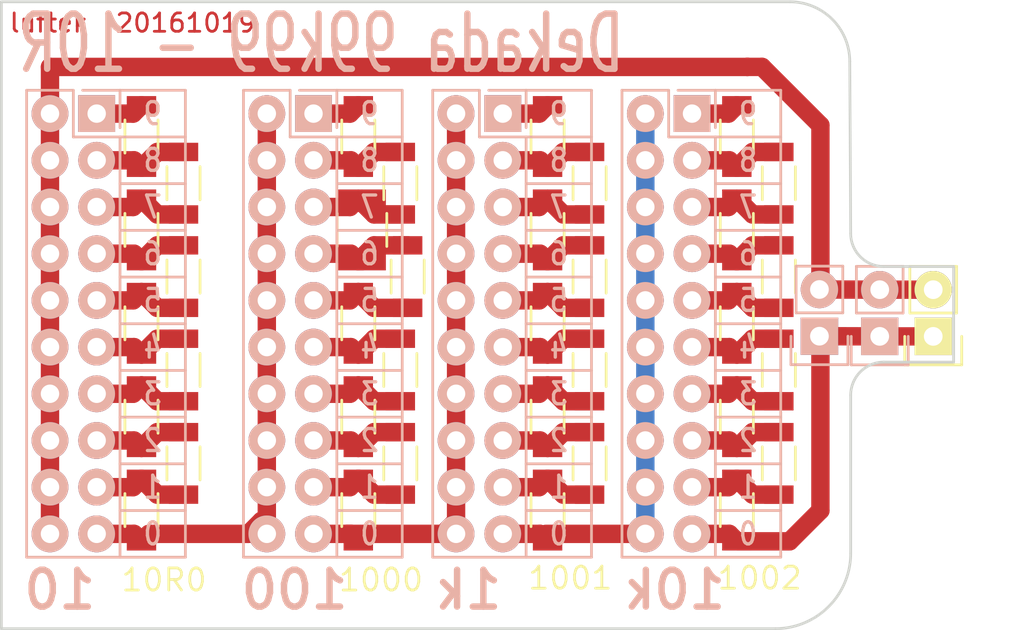
<source format=kicad_pcb>
(kicad_pcb (version 20171130) (host pcbnew "(5.1.12)-1")

  (general
    (thickness 1.6)
    (drawings 110)
    (tracks 225)
    (zones 0)
    (modules 43)
    (nets 42)
  )

  (page A4)
  (layers
    (0 F.Cu signal)
    (31 B.Cu signal)
    (32 B.Adhes user)
    (33 F.Adhes user)
    (34 B.Paste user)
    (35 F.Paste user)
    (36 B.SilkS user)
    (37 F.SilkS user)
    (38 B.Mask user)
    (39 F.Mask user)
    (40 Dwgs.User user)
    (41 Cmts.User user)
    (42 Eco1.User user)
    (43 Eco2.User user)
    (44 Edge.Cuts user)
    (45 Margin user)
    (46 B.CrtYd user)
    (47 F.CrtYd user)
    (48 B.Fab user)
    (49 F.Fab user)
  )

  (setup
    (last_trace_width 1)
    (trace_clearance 0.254)
    (zone_clearance 0.254)
    (zone_45_only no)
    (trace_min 0.254)
    (via_size 0.889)
    (via_drill 0.635)
    (via_min_size 0.889)
    (via_min_drill 0.508)
    (uvia_size 0.508)
    (uvia_drill 0.127)
    (uvias_allowed no)
    (uvia_min_size 0.508)
    (uvia_min_drill 0.127)
    (edge_width 0.15)
    (segment_width 0.15)
    (pcb_text_width 0.3)
    (pcb_text_size 1 1)
    (mod_edge_width 0.15)
    (mod_text_size 1 1)
    (mod_text_width 0.15)
    (pad_size 1 1.6)
    (pad_drill 0)
    (pad_to_mask_clearance 0)
    (aux_axis_origin 81.715344 27.519073)
    (grid_origin 81.715344 27.519073)
    (visible_elements 7FFFFFFF)
    (pcbplotparams
      (layerselection 0x010f0_ffffffff)
      (usegerberextensions true)
      (usegerberattributes true)
      (usegerberadvancedattributes true)
      (creategerberjobfile true)
      (excludeedgelayer true)
      (linewidth 0.150000)
      (plotframeref false)
      (viasonmask false)
      (mode 1)
      (useauxorigin false)
      (hpglpennumber 1)
      (hpglpenspeed 20)
      (hpglpendiameter 15.000000)
      (psnegative false)
      (psa4output false)
      (plotreference true)
      (plotvalue true)
      (plotinvisibletext false)
      (padsonsilk false)
      (subtractmaskfromsilk false)
      (outputformat 1)
      (mirror false)
      (drillshape 0)
      (scaleselection 1)
      (outputdirectory "gerb_Dekada_20160322/"))
  )

  (net 0 "")
  (net 1 "Net-(P1-Pad1)")
  (net 2 "Net-(P1-Pad10)")
  (net 3 "Net-(P2-Pad1)")
  (net 4 "Net-(P3-Pad1)")
  (net 5 "Net-(P4-Pad1)")
  (net 6 "Net-(P1-Pad3)")
  (net 7 "Net-(P1-Pad5)")
  (net 8 "Net-(P1-Pad7)")
  (net 9 "Net-(P1-Pad9)")
  (net 10 "Net-(P1-Pad11)")
  (net 11 "Net-(P1-Pad13)")
  (net 12 "Net-(P1-Pad15)")
  (net 13 "Net-(P1-Pad17)")
  (net 14 "Net-(P1-Pad19)")
  (net 15 "Net-(P2-Pad3)")
  (net 16 "Net-(P2-Pad5)")
  (net 17 "Net-(P2-Pad7)")
  (net 18 "Net-(P2-Pad9)")
  (net 19 "Net-(P2-Pad11)")
  (net 20 "Net-(P2-Pad13)")
  (net 21 "Net-(P2-Pad15)")
  (net 22 "Net-(P2-Pad17)")
  (net 23 "Net-(P2-Pad19)")
  (net 24 "Net-(P3-Pad3)")
  (net 25 "Net-(P3-Pad5)")
  (net 26 "Net-(P3-Pad7)")
  (net 27 "Net-(P3-Pad9)")
  (net 28 "Net-(P3-Pad11)")
  (net 29 "Net-(P3-Pad13)")
  (net 30 "Net-(P3-Pad15)")
  (net 31 "Net-(P3-Pad17)")
  (net 32 "Net-(P3-Pad19)")
  (net 33 "Net-(P4-Pad3)")
  (net 34 "Net-(P4-Pad5)")
  (net 35 "Net-(P4-Pad7)")
  (net 36 "Net-(P4-Pad9)")
  (net 37 "Net-(P4-Pad11)")
  (net 38 "Net-(P4-Pad13)")
  (net 39 "Net-(P4-Pad15)")
  (net 40 "Net-(P4-Pad17)")
  (net 41 "Net-(P4-Pad19)")

  (net_class Default "This is the default net class."
    (clearance 0.254)
    (trace_width 1)
    (via_dia 0.889)
    (via_drill 0.635)
    (uvia_dia 0.508)
    (uvia_drill 0.127)
    (add_net "Net-(P1-Pad1)")
    (add_net "Net-(P1-Pad10)")
    (add_net "Net-(P1-Pad11)")
    (add_net "Net-(P1-Pad13)")
    (add_net "Net-(P1-Pad15)")
    (add_net "Net-(P1-Pad17)")
    (add_net "Net-(P1-Pad19)")
    (add_net "Net-(P1-Pad3)")
    (add_net "Net-(P1-Pad5)")
    (add_net "Net-(P1-Pad7)")
    (add_net "Net-(P1-Pad9)")
    (add_net "Net-(P2-Pad1)")
    (add_net "Net-(P2-Pad11)")
    (add_net "Net-(P2-Pad13)")
    (add_net "Net-(P2-Pad15)")
    (add_net "Net-(P2-Pad17)")
    (add_net "Net-(P2-Pad19)")
    (add_net "Net-(P2-Pad3)")
    (add_net "Net-(P2-Pad5)")
    (add_net "Net-(P2-Pad7)")
    (add_net "Net-(P2-Pad9)")
    (add_net "Net-(P3-Pad1)")
    (add_net "Net-(P3-Pad11)")
    (add_net "Net-(P3-Pad13)")
    (add_net "Net-(P3-Pad15)")
    (add_net "Net-(P3-Pad17)")
    (add_net "Net-(P3-Pad19)")
    (add_net "Net-(P3-Pad3)")
    (add_net "Net-(P3-Pad5)")
    (add_net "Net-(P3-Pad7)")
    (add_net "Net-(P3-Pad9)")
    (add_net "Net-(P4-Pad1)")
    (add_net "Net-(P4-Pad11)")
    (add_net "Net-(P4-Pad13)")
    (add_net "Net-(P4-Pad15)")
    (add_net "Net-(P4-Pad17)")
    (add_net "Net-(P4-Pad19)")
    (add_net "Net-(P4-Pad3)")
    (add_net "Net-(P4-Pad5)")
    (add_net "Net-(P4-Pad7)")
    (add_net "Net-(P4-Pad9)")
  )

  (module R_1210_Custom (layer F.Cu) (tedit 580C7650) (tstamp 57F46971)
    (at 101.331 39.9277 90)
    (descr "Resistor SMD 1206, reflow soldering, Vishay (see dcrcw.pdf)")
    (tags "resistor 1206")
    (path /5402F00F)
    (attr smd)
    (fp_text reference R13 (at 0 0 90) (layer F.SilkS) hide
      (effects (font (size 0.7 0.7) (thickness 0.03175)))
    )
    (fp_text value R (at 0 2.1 90) (layer F.Fab)
      (effects (font (size 1 1) (thickness 0.15)))
    )
    (fp_line (start -2.5 -1.55) (end 2.5 -1.55) (layer F.CrtYd) (width 0.05))
    (fp_line (start -2.5 1.55) (end 2.5 1.55) (layer F.CrtYd) (width 0.05))
    (fp_line (start -2.5 -1.55) (end -2.5 1.55) (layer F.CrtYd) (width 0.05))
    (fp_line (start 2.5 -1.55) (end 2.5 1.55) (layer F.CrtYd) (width 0.05))
    (fp_line (start -0.9 -1.35) (end 0.9 -1.35) (layer F.SilkS) (width 0.15))
    (fp_line (start -0.9 1.35) (end 0.9 1.35) (layer F.SilkS) (width 0.15))
    (pad 1 smd rect (at -1.7 0 90) (size 1 2.6) (layers F.Cu F.Paste F.Mask)
      (net 17 "Net-(P2-Pad7)"))
    (pad 2 smd rect (at 1.7 0 90) (size 1 2.6) (layers F.Cu F.Paste F.Mask)
      (net 16 "Net-(P2-Pad5)"))
    (model Resistors_SMD.3dshapes/R_1210.wrl
      (at (xyz 0 0 0))
      (scale (xyz 1 1 1))
      (rotate (xyz 0 0 0))
    )
  )

  (module R_1206_Custom (layer F.Cu) (tedit 580C7229) (tstamp 56EDB147)
    (at 89.3363 55.1677 90)
    (descr "Resistor SMD 1206, reflow soldering, Vishay (see dcrcw.pdf)")
    (tags "resistor 1206")
    (path /5402E4B9)
    (attr smd)
    (fp_text reference R9 (at 0 0 90) (layer F.SilkS) hide
      (effects (font (size 0.7 0.7) (thickness 0.03175)))
    )
    (fp_text value R (at 0 2.1 90) (layer F.Fab)
      (effects (font (size 1 1) (thickness 0.15)))
    )
    (fp_line (start -2.5 -1.1) (end 2.5 -1.1) (layer F.CrtYd) (width 0.05))
    (fp_line (start -2.5 1.1) (end 2.5 1.1) (layer F.CrtYd) (width 0.05))
    (fp_line (start -2.5 -1.1) (end -2.5 1.1) (layer F.CrtYd) (width 0.05))
    (fp_line (start 2.5 -1.1) (end 2.5 1.1) (layer F.CrtYd) (width 0.05))
    (fp_line (start -0.9 -0.9) (end 0.9 -0.9) (layer F.SilkS) (width 0.15))
    (fp_line (start -0.9 0.9) (end 0.9 0.9) (layer F.SilkS) (width 0.15))
    (pad 1 smd rect (at -1.7 0 90) (size 1 1.6) (layers F.Cu F.Paste F.Mask)
      (net 14 "Net-(P1-Pad19)"))
    (pad 2 smd rect (at 1.7 0 90) (size 1 1.6) (layers F.Cu F.Paste F.Mask)
      (net 13 "Net-(P1-Pad17)"))
    (model Resistors_SMD.3dshapes/R_1206.wrl
      (at (xyz 0 0 0))
      (scale (xyz 1 1 1))
      (rotate (xyz 0 0 0))
    )
  )

  (module Pin_Header_Straight_2x10_Custom (layer B.Cu) (tedit 580C7229) (tstamp 57F46AEF)
    (at 119.284 33.6017 180)
    (descr "Through hole pin header")
    (tags "pin header")
    (path /5402F7C4)
    (fp_text reference P4 (at -0.95 2.45 180) (layer B.SilkS) hide
      (effects (font (size 1 1) (thickness 0.15)) (justify mirror))
    )
    (fp_text value CONN_02X10 (at 0 3.1 180) (layer B.Fab)
      (effects (font (size 1 1) (thickness 0.15)) (justify mirror))
    )
    (fp_line (start -1.27 1.27) (end -1.27 -0.762) (layer B.SilkS) (width 0.15))
    (fp_line (start 0.762 1.27) (end -1.27 1.27) (layer B.SilkS) (width 0.15))
    (fp_line (start 1.27 -1.27) (end -1.27 -1.27) (layer B.SilkS) (width 0.15))
    (fp_line (start 1.27 1.27) (end 1.27 -1.27) (layer B.SilkS) (width 0.15))
    (fp_line (start 3.81 1.27) (end 1.27 1.27) (layer B.SilkS) (width 0.15))
    (fp_line (start 3.81 -24.13) (end -1.27 -24.13) (layer B.SilkS) (width 0.15))
    (fp_line (start -1.27 -1.27) (end -1.27 -24.13) (layer B.SilkS) (width 0.15))
    (fp_line (start 3.81 -24.13) (end 3.81 1.27) (layer B.SilkS) (width 0.15))
    (fp_line (start -1.75 -24.65) (end 4.3 -24.65) (layer B.CrtYd) (width 0.05))
    (fp_line (start -1.75 1.75) (end 4.3 1.75) (layer B.CrtYd) (width 0.05))
    (fp_line (start 4.3 1.75) (end 4.3 -24.65) (layer B.CrtYd) (width 0.05))
    (fp_line (start -1.75 1.75) (end -1.75 -24.65) (layer B.CrtYd) (width 0.05))
    (pad 20 thru_hole oval (at 2.54 -22.86 180) (size 2 2) (drill 1) (layers *.Cu *.Mask B.SilkS)
      (net 32 "Net-(P3-Pad19)"))
    (pad 19 thru_hole oval (at 0 -22.86 180) (size 2 2) (drill 1) (layers *.Cu *.Mask B.SilkS)
      (net 41 "Net-(P4-Pad19)"))
    (pad 18 thru_hole oval (at 2.54 -20.32 180) (size 2 2) (drill 1) (layers *.Cu *.Mask B.SilkS)
      (net 32 "Net-(P3-Pad19)"))
    (pad 17 thru_hole oval (at 0 -20.32 180) (size 2 2) (drill 1) (layers *.Cu *.Mask B.SilkS)
      (net 40 "Net-(P4-Pad17)"))
    (pad 16 thru_hole oval (at 2.54 -17.78 180) (size 2 2) (drill 1) (layers *.Cu *.Mask B.SilkS)
      (net 32 "Net-(P3-Pad19)"))
    (pad 15 thru_hole oval (at 0 -17.78 180) (size 2 2) (drill 1) (layers *.Cu *.Mask B.SilkS)
      (net 39 "Net-(P4-Pad15)"))
    (pad 14 thru_hole oval (at 2.54 -15.24 180) (size 2 2) (drill 1) (layers *.Cu *.Mask B.SilkS)
      (net 32 "Net-(P3-Pad19)"))
    (pad 13 thru_hole oval (at 0 -15.24 180) (size 2 2) (drill 1) (layers *.Cu *.Mask B.SilkS)
      (net 38 "Net-(P4-Pad13)"))
    (pad 12 thru_hole oval (at 2.54 -12.7 180) (size 2 2) (drill 1) (layers *.Cu *.Mask B.SilkS)
      (net 32 "Net-(P3-Pad19)"))
    (pad 11 thru_hole oval (at 0 -12.7 180) (size 2 2) (drill 1) (layers *.Cu *.Mask B.SilkS)
      (net 37 "Net-(P4-Pad11)"))
    (pad 10 thru_hole oval (at 2.54 -10.16 180) (size 2 2) (drill 1) (layers *.Cu *.Mask B.SilkS)
      (net 32 "Net-(P3-Pad19)"))
    (pad 9 thru_hole oval (at 0 -10.16 180) (size 2 2) (drill 1) (layers *.Cu *.Mask B.SilkS)
      (net 36 "Net-(P4-Pad9)"))
    (pad 8 thru_hole oval (at 2.54 -7.62 180) (size 2 2) (drill 1) (layers *.Cu *.Mask B.SilkS)
      (net 32 "Net-(P3-Pad19)"))
    (pad 7 thru_hole oval (at 0 -7.62 180) (size 2 2) (drill 1) (layers *.Cu *.Mask B.SilkS)
      (net 35 "Net-(P4-Pad7)"))
    (pad 6 thru_hole oval (at 2.54 -5.08 180) (size 2 2) (drill 1) (layers *.Cu *.Mask B.SilkS)
      (net 32 "Net-(P3-Pad19)"))
    (pad 5 thru_hole oval (at 0 -5.08 180) (size 2 2) (drill 1) (layers *.Cu *.Mask B.SilkS)
      (net 34 "Net-(P4-Pad5)"))
    (pad 4 thru_hole oval (at 2.54 -2.54 180) (size 2 2) (drill 1) (layers *.Cu *.Mask B.SilkS)
      (net 32 "Net-(P3-Pad19)"))
    (pad 3 thru_hole oval (at 0 -2.54 180) (size 2 2) (drill 1) (layers *.Cu *.Mask B.SilkS)
      (net 33 "Net-(P4-Pad3)"))
    (pad 2 thru_hole oval (at 2.54 0 180) (size 2 2) (drill 1) (layers *.Cu *.Mask B.SilkS)
      (net 32 "Net-(P3-Pad19)"))
    (pad 1 thru_hole rect (at 0 0 180) (size 2 2) (drill 1) (layers *.Cu *.Mask B.SilkS)
      (net 5 "Net-(P4-Pad1)"))
    (model Pin_Headers.3dshapes/Pin_Header_Straight_2x10.wrl
      (offset (xyz 1.269999980926514 -11.42999982833862 0))
      (scale (xyz 1 1 1))
      (rotate (xyz 0 0 90))
    )
  )

  (module R_1206_Custom (layer F.Cu) (tedit 580C7229) (tstamp 57F46AE4)
    (at 124.007 47.5477 90)
    (descr "Resistor SMD 1206, reflow soldering, Vishay (see dcrcw.pdf)")
    (tags "resistor 1206")
    (path /5402F7E8)
    (attr smd)
    (fp_text reference R36 (at 0 0 90) (layer F.SilkS) hide
      (effects (font (size 0.7 0.7) (thickness 0.03175)))
    )
    (fp_text value R (at 0 2.1 90) (layer F.Fab)
      (effects (font (size 1 1) (thickness 0.15)))
    )
    (fp_line (start -0.9 0.9) (end 0.9 0.9) (layer F.SilkS) (width 0.15))
    (fp_line (start -0.9 -0.9) (end 0.9 -0.9) (layer F.SilkS) (width 0.15))
    (fp_line (start 2.5 -1.1) (end 2.5 1.1) (layer F.CrtYd) (width 0.05))
    (fp_line (start -2.5 -1.1) (end -2.5 1.1) (layer F.CrtYd) (width 0.05))
    (fp_line (start -2.5 1.1) (end 2.5 1.1) (layer F.CrtYd) (width 0.05))
    (fp_line (start -2.5 -1.1) (end 2.5 -1.1) (layer F.CrtYd) (width 0.05))
    (pad 2 smd rect (at 1.7 0 90) (size 1 1.6) (layers F.Cu F.Paste F.Mask)
      (net 37 "Net-(P4-Pad11)"))
    (pad 1 smd rect (at -1.7 0 90) (size 1 1.6) (layers F.Cu F.Paste F.Mask)
      (net 38 "Net-(P4-Pad13)"))
    (model Resistors_SMD.3dshapes/R_1206.wrl
      (at (xyz 0 0 0))
      (scale (xyz 1 1 1))
      (rotate (xyz 0 0 0))
    )
  )

  (module R_1206_Custom (layer F.Cu) (tedit 580C7229) (tstamp 57F46AD9)
    (at 121.721 50.0877 90)
    (descr "Resistor SMD 1206, reflow soldering, Vishay (see dcrcw.pdf)")
    (tags "resistor 1206")
    (path /5402F7EE)
    (attr smd)
    (fp_text reference R37 (at 0 0 90) (layer F.SilkS) hide
      (effects (font (size 0.7 0.7) (thickness 0.03175)))
    )
    (fp_text value R (at 0 2.1 90) (layer F.Fab)
      (effects (font (size 1 1) (thickness 0.15)))
    )
    (fp_line (start -2.5 -1.1) (end 2.5 -1.1) (layer F.CrtYd) (width 0.05))
    (fp_line (start -2.5 1.1) (end 2.5 1.1) (layer F.CrtYd) (width 0.05))
    (fp_line (start -2.5 -1.1) (end -2.5 1.1) (layer F.CrtYd) (width 0.05))
    (fp_line (start 2.5 -1.1) (end 2.5 1.1) (layer F.CrtYd) (width 0.05))
    (fp_line (start -0.9 -0.9) (end 0.9 -0.9) (layer F.SilkS) (width 0.15))
    (fp_line (start -0.9 0.9) (end 0.9 0.9) (layer F.SilkS) (width 0.15))
    (pad 1 smd rect (at -1.7 0 90) (size 1 1.6) (layers F.Cu F.Paste F.Mask)
      (net 39 "Net-(P4-Pad15)"))
    (pad 2 smd rect (at 1.7 0 90) (size 1 1.6) (layers F.Cu F.Paste F.Mask)
      (net 38 "Net-(P4-Pad13)"))
    (model Resistors_SMD.3dshapes/R_1206.wrl
      (at (xyz 0 0 0))
      (scale (xyz 1 1 1))
      (rotate (xyz 0 0 0))
    )
  )

  (module R_1206_Custom (layer F.Cu) (tedit 580C7229) (tstamp 57F46ACE)
    (at 124.007 52.6277 90)
    (descr "Resistor SMD 1206, reflow soldering, Vishay (see dcrcw.pdf)")
    (tags "resistor 1206")
    (path /5402F7F4)
    (attr smd)
    (fp_text reference R38 (at 0 0 90) (layer F.SilkS) hide
      (effects (font (size 0.7 0.7) (thickness 0.03175)))
    )
    (fp_text value R (at 0 2.1 90) (layer F.Fab)
      (effects (font (size 1 1) (thickness 0.15)))
    )
    (fp_line (start -2.5 -1.1) (end 2.5 -1.1) (layer F.CrtYd) (width 0.05))
    (fp_line (start -2.5 1.1) (end 2.5 1.1) (layer F.CrtYd) (width 0.05))
    (fp_line (start -2.5 -1.1) (end -2.5 1.1) (layer F.CrtYd) (width 0.05))
    (fp_line (start 2.5 -1.1) (end 2.5 1.1) (layer F.CrtYd) (width 0.05))
    (fp_line (start -0.9 -0.9) (end 0.9 -0.9) (layer F.SilkS) (width 0.15))
    (fp_line (start -0.9 0.9) (end 0.9 0.9) (layer F.SilkS) (width 0.15))
    (pad 1 smd rect (at -1.7 0 90) (size 1 1.6) (layers F.Cu F.Paste F.Mask)
      (net 40 "Net-(P4-Pad17)"))
    (pad 2 smd rect (at 1.7 0 90) (size 1 1.6) (layers F.Cu F.Paste F.Mask)
      (net 39 "Net-(P4-Pad15)"))
    (model Resistors_SMD.3dshapes/R_1206.wrl
      (at (xyz 0 0 0))
      (scale (xyz 1 1 1))
      (rotate (xyz 0 0 0))
    )
  )

  (module R_1206_Custom (layer F.Cu) (tedit 580C7229) (tstamp 57F46AC3)
    (at 121.721 55.1677 90)
    (descr "Resistor SMD 1206, reflow soldering, Vishay (see dcrcw.pdf)")
    (tags "resistor 1206")
    (path /5402F7FA)
    (attr smd)
    (fp_text reference R39 (at 0 0 90) (layer F.SilkS) hide
      (effects (font (size 0.7 0.7) (thickness 0.03175)))
    )
    (fp_text value R (at 0 2.1 90) (layer F.Fab)
      (effects (font (size 1 1) (thickness 0.15)))
    )
    (fp_line (start -0.9 0.9) (end 0.9 0.9) (layer F.SilkS) (width 0.15))
    (fp_line (start -0.9 -0.9) (end 0.9 -0.9) (layer F.SilkS) (width 0.15))
    (fp_line (start 2.5 -1.1) (end 2.5 1.1) (layer F.CrtYd) (width 0.05))
    (fp_line (start -2.5 -1.1) (end -2.5 1.1) (layer F.CrtYd) (width 0.05))
    (fp_line (start -2.5 1.1) (end 2.5 1.1) (layer F.CrtYd) (width 0.05))
    (fp_line (start -2.5 -1.1) (end 2.5 -1.1) (layer F.CrtYd) (width 0.05))
    (pad 2 smd rect (at 1.7 0 90) (size 1 1.6) (layers F.Cu F.Paste F.Mask)
      (net 40 "Net-(P4-Pad17)"))
    (pad 1 smd rect (at -1.7 0 90) (size 1 1.6) (layers F.Cu F.Paste F.Mask)
      (net 41 "Net-(P4-Pad19)"))
    (model Resistors_SMD.3dshapes/R_1206.wrl
      (at (xyz 0 0 0))
      (scale (xyz 1 1 1))
      (rotate (xyz 0 0 0))
    )
  )

  (module R_1206_Custom (layer F.Cu) (tedit 580C7229) (tstamp 57F46AB8)
    (at 124.007 37.3877 90)
    (descr "Resistor SMD 1206, reflow soldering, Vishay (see dcrcw.pdf)")
    (tags "resistor 1206")
    (path /5402F7D0)
    (attr smd)
    (fp_text reference R32 (at 0 0 90) (layer F.SilkS) hide
      (effects (font (size 0.7 0.7) (thickness 0.03175)))
    )
    (fp_text value R (at 0 2.1 90) (layer F.Fab)
      (effects (font (size 1 1) (thickness 0.15)))
    )
    (fp_line (start -0.9 0.9) (end 0.9 0.9) (layer F.SilkS) (width 0.15))
    (fp_line (start -0.9 -0.9) (end 0.9 -0.9) (layer F.SilkS) (width 0.15))
    (fp_line (start 2.5 -1.1) (end 2.5 1.1) (layer F.CrtYd) (width 0.05))
    (fp_line (start -2.5 -1.1) (end -2.5 1.1) (layer F.CrtYd) (width 0.05))
    (fp_line (start -2.5 1.1) (end 2.5 1.1) (layer F.CrtYd) (width 0.05))
    (fp_line (start -2.5 -1.1) (end 2.5 -1.1) (layer F.CrtYd) (width 0.05))
    (pad 2 smd rect (at 1.7 0 90) (size 1 1.6) (layers F.Cu F.Paste F.Mask)
      (net 33 "Net-(P4-Pad3)"))
    (pad 1 smd rect (at -1.7 0 90) (size 1 1.6) (layers F.Cu F.Paste F.Mask)
      (net 34 "Net-(P4-Pad5)"))
    (model Resistors_SMD.3dshapes/R_1206.wrl
      (at (xyz 0 0 0))
      (scale (xyz 1 1 1))
      (rotate (xyz 0 0 0))
    )
  )

  (module R_1206_Custom (layer F.Cu) (tedit 580C7229) (tstamp 57F46AAD)
    (at 121.721 39.9277 90)
    (descr "Resistor SMD 1206, reflow soldering, Vishay (see dcrcw.pdf)")
    (tags "resistor 1206")
    (path /5402F7D6)
    (attr smd)
    (fp_text reference R33 (at 0 0 90) (layer F.SilkS) hide
      (effects (font (size 0.7 0.7) (thickness 0.03175)))
    )
    (fp_text value R (at 0 2.1 90) (layer F.Fab)
      (effects (font (size 1 1) (thickness 0.15)))
    )
    (fp_line (start -2.5 -1.1) (end 2.5 -1.1) (layer F.CrtYd) (width 0.05))
    (fp_line (start -2.5 1.1) (end 2.5 1.1) (layer F.CrtYd) (width 0.05))
    (fp_line (start -2.5 -1.1) (end -2.5 1.1) (layer F.CrtYd) (width 0.05))
    (fp_line (start 2.5 -1.1) (end 2.5 1.1) (layer F.CrtYd) (width 0.05))
    (fp_line (start -0.9 -0.9) (end 0.9 -0.9) (layer F.SilkS) (width 0.15))
    (fp_line (start -0.9 0.9) (end 0.9 0.9) (layer F.SilkS) (width 0.15))
    (pad 1 smd rect (at -1.7 0 90) (size 1 1.6) (layers F.Cu F.Paste F.Mask)
      (net 35 "Net-(P4-Pad7)"))
    (pad 2 smd rect (at 1.7 0 90) (size 1 1.6) (layers F.Cu F.Paste F.Mask)
      (net 34 "Net-(P4-Pad5)"))
    (model Resistors_SMD.3dshapes/R_1206.wrl
      (at (xyz 0 0 0))
      (scale (xyz 1 1 1))
      (rotate (xyz 0 0 0))
    )
  )

  (module R_1206_Custom (layer F.Cu) (tedit 580C7229) (tstamp 57F46AA2)
    (at 124.007 42.4677 90)
    (descr "Resistor SMD 1206, reflow soldering, Vishay (see dcrcw.pdf)")
    (tags "resistor 1206")
    (path /5402F7DC)
    (attr smd)
    (fp_text reference R34 (at 0 0 90) (layer F.SilkS) hide
      (effects (font (size 0.7 0.7) (thickness 0.03175)))
    )
    (fp_text value R (at 0 2.1 90) (layer F.Fab)
      (effects (font (size 1 1) (thickness 0.15)))
    )
    (fp_line (start -2.5 -1.1) (end 2.5 -1.1) (layer F.CrtYd) (width 0.05))
    (fp_line (start -2.5 1.1) (end 2.5 1.1) (layer F.CrtYd) (width 0.05))
    (fp_line (start -2.5 -1.1) (end -2.5 1.1) (layer F.CrtYd) (width 0.05))
    (fp_line (start 2.5 -1.1) (end 2.5 1.1) (layer F.CrtYd) (width 0.05))
    (fp_line (start -0.9 -0.9) (end 0.9 -0.9) (layer F.SilkS) (width 0.15))
    (fp_line (start -0.9 0.9) (end 0.9 0.9) (layer F.SilkS) (width 0.15))
    (pad 1 smd rect (at -1.7 0 90) (size 1 1.6) (layers F.Cu F.Paste F.Mask)
      (net 36 "Net-(P4-Pad9)"))
    (pad 2 smd rect (at 1.7 0 90) (size 1 1.6) (layers F.Cu F.Paste F.Mask)
      (net 35 "Net-(P4-Pad7)"))
    (model Resistors_SMD.3dshapes/R_1206.wrl
      (at (xyz 0 0 0))
      (scale (xyz 1 1 1))
      (rotate (xyz 0 0 0))
    )
  )

  (module R_1206_Custom (layer F.Cu) (tedit 580C7229) (tstamp 57F46A97)
    (at 121.721 45.0077 90)
    (descr "Resistor SMD 1206, reflow soldering, Vishay (see dcrcw.pdf)")
    (tags "resistor 1206")
    (path /5402F7E2)
    (attr smd)
    (fp_text reference R35 (at 0 0 90) (layer F.SilkS) hide
      (effects (font (size 0.7 0.7) (thickness 0.03175)))
    )
    (fp_text value R (at 0 2.1 90) (layer F.Fab)
      (effects (font (size 1 1) (thickness 0.15)))
    )
    (fp_line (start -0.9 0.9) (end 0.9 0.9) (layer F.SilkS) (width 0.15))
    (fp_line (start -0.9 -0.9) (end 0.9 -0.9) (layer F.SilkS) (width 0.15))
    (fp_line (start 2.5 -1.1) (end 2.5 1.1) (layer F.CrtYd) (width 0.05))
    (fp_line (start -2.5 -1.1) (end -2.5 1.1) (layer F.CrtYd) (width 0.05))
    (fp_line (start -2.5 1.1) (end 2.5 1.1) (layer F.CrtYd) (width 0.05))
    (fp_line (start -2.5 -1.1) (end 2.5 -1.1) (layer F.CrtYd) (width 0.05))
    (pad 2 smd rect (at 1.7 0 90) (size 1 1.6) (layers F.Cu F.Paste F.Mask)
      (net 36 "Net-(P4-Pad9)"))
    (pad 1 smd rect (at -1.7 0 90) (size 1 1.6) (layers F.Cu F.Paste F.Mask)
      (net 37 "Net-(P4-Pad11)"))
    (model Resistors_SMD.3dshapes/R_1206.wrl
      (at (xyz 0 0 0))
      (scale (xyz 1 1 1))
      (rotate (xyz 0 0 0))
    )
  )

  (module R_1206_Custom (layer F.Cu) (tedit 580C7229) (tstamp 57F46A8C)
    (at 121.721 34.8477 90)
    (descr "Resistor SMD 1206, reflow soldering, Vishay (see dcrcw.pdf)")
    (tags "resistor 1206")
    (path /5402F7CA)
    (attr smd)
    (fp_text reference R31 (at 0 0 90) (layer F.SilkS) hide
      (effects (font (size 0.7 0.7) (thickness 0.03175)))
    )
    (fp_text value R (at 0 2.1 90) (layer F.Fab)
      (effects (font (size 1 1) (thickness 0.15)))
    )
    (fp_line (start -0.9 0.9) (end 0.9 0.9) (layer F.SilkS) (width 0.15))
    (fp_line (start -0.9 -0.9) (end 0.9 -0.9) (layer F.SilkS) (width 0.15))
    (fp_line (start 2.5 -1.1) (end 2.5 1.1) (layer F.CrtYd) (width 0.05))
    (fp_line (start -2.5 -1.1) (end -2.5 1.1) (layer F.CrtYd) (width 0.05))
    (fp_line (start -2.5 1.1) (end 2.5 1.1) (layer F.CrtYd) (width 0.05))
    (fp_line (start -2.5 -1.1) (end 2.5 -1.1) (layer F.CrtYd) (width 0.05))
    (pad 2 smd rect (at 1.7 0 90) (size 1 1.6) (layers F.Cu F.Paste F.Mask)
      (net 5 "Net-(P4-Pad1)"))
    (pad 1 smd rect (at -1.7 0 90) (size 1 1.6) (layers F.Cu F.Paste F.Mask)
      (net 33 "Net-(P4-Pad3)"))
    (model Resistors_SMD.3dshapes/R_1206.wrl
      (at (xyz 0 0 0))
      (scale (xyz 1 1 1))
      (rotate (xyz 0 0 0))
    )
  )

  (module Pin_Header_Straight_2x10_Custom (layer B.Cu) (tedit 580C7229) (tstamp 57F46A51)
    (at 108.989 33.6017 180)
    (descr "Through hole pin header")
    (tags "pin header")
    (path /5402F5CF)
    (fp_text reference P3 (at -0.95 2.45 180) (layer B.SilkS) hide
      (effects (font (size 1 1) (thickness 0.15)) (justify mirror))
    )
    (fp_text value CONN_02X10 (at 0 3.1 180) (layer B.Fab)
      (effects (font (size 1 1) (thickness 0.15)) (justify mirror))
    )
    (fp_line (start -1.75 1.75) (end -1.75 -24.65) (layer B.CrtYd) (width 0.05))
    (fp_line (start 4.3 1.75) (end 4.3 -24.65) (layer B.CrtYd) (width 0.05))
    (fp_line (start -1.75 1.75) (end 4.3 1.75) (layer B.CrtYd) (width 0.05))
    (fp_line (start -1.75 -24.65) (end 4.3 -24.65) (layer B.CrtYd) (width 0.05))
    (fp_line (start 3.81 -24.13) (end 3.81 1.27) (layer B.SilkS) (width 0.15))
    (fp_line (start -1.27 -1.27) (end -1.27 -24.13) (layer B.SilkS) (width 0.15))
    (fp_line (start 3.81 -24.13) (end -1.27 -24.13) (layer B.SilkS) (width 0.15))
    (fp_line (start 3.81 1.27) (end 1.27 1.27) (layer B.SilkS) (width 0.15))
    (fp_line (start 1.27 1.27) (end 1.27 -1.27) (layer B.SilkS) (width 0.15))
    (fp_line (start 1.27 -1.27) (end -1.27 -1.27) (layer B.SilkS) (width 0.15))
    (fp_line (start 0.762 1.27) (end -1.27 1.27) (layer B.SilkS) (width 0.15))
    (fp_line (start -1.27 1.27) (end -1.27 -0.762) (layer B.SilkS) (width 0.15))
    (pad 1 thru_hole rect (at 0 0 180) (size 2 2) (drill 1) (layers *.Cu *.Mask B.SilkS)
      (net 4 "Net-(P3-Pad1)"))
    (pad 2 thru_hole oval (at 2.54 0 180) (size 2 2) (drill 1) (layers *.Cu *.Mask B.SilkS)
      (net 23 "Net-(P2-Pad19)"))
    (pad 3 thru_hole oval (at 0 -2.54 180) (size 2 2) (drill 1) (layers *.Cu *.Mask B.SilkS)
      (net 24 "Net-(P3-Pad3)"))
    (pad 4 thru_hole oval (at 2.54 -2.54 180) (size 2 2) (drill 1) (layers *.Cu *.Mask B.SilkS)
      (net 23 "Net-(P2-Pad19)"))
    (pad 5 thru_hole oval (at 0 -5.08 180) (size 2 2) (drill 1) (layers *.Cu *.Mask B.SilkS)
      (net 25 "Net-(P3-Pad5)"))
    (pad 6 thru_hole oval (at 2.54 -5.08 180) (size 2 2) (drill 1) (layers *.Cu *.Mask B.SilkS)
      (net 23 "Net-(P2-Pad19)"))
    (pad 7 thru_hole oval (at 0 -7.62 180) (size 2 2) (drill 1) (layers *.Cu *.Mask B.SilkS)
      (net 26 "Net-(P3-Pad7)"))
    (pad 8 thru_hole oval (at 2.54 -7.62 180) (size 2 2) (drill 1) (layers *.Cu *.Mask B.SilkS)
      (net 23 "Net-(P2-Pad19)"))
    (pad 9 thru_hole oval (at 0 -10.16 180) (size 2 2) (drill 1) (layers *.Cu *.Mask B.SilkS)
      (net 27 "Net-(P3-Pad9)"))
    (pad 10 thru_hole oval (at 2.54 -10.16 180) (size 2 2) (drill 1) (layers *.Cu *.Mask B.SilkS)
      (net 23 "Net-(P2-Pad19)"))
    (pad 11 thru_hole oval (at 0 -12.7 180) (size 2 2) (drill 1) (layers *.Cu *.Mask B.SilkS)
      (net 28 "Net-(P3-Pad11)"))
    (pad 12 thru_hole oval (at 2.54 -12.7 180) (size 2 2) (drill 1) (layers *.Cu *.Mask B.SilkS)
      (net 23 "Net-(P2-Pad19)"))
    (pad 13 thru_hole oval (at 0 -15.24 180) (size 2 2) (drill 1) (layers *.Cu *.Mask B.SilkS)
      (net 29 "Net-(P3-Pad13)"))
    (pad 14 thru_hole oval (at 2.54 -15.24 180) (size 2 2) (drill 1) (layers *.Cu *.Mask B.SilkS)
      (net 23 "Net-(P2-Pad19)"))
    (pad 15 thru_hole oval (at 0 -17.78 180) (size 2 2) (drill 1) (layers *.Cu *.Mask B.SilkS)
      (net 30 "Net-(P3-Pad15)"))
    (pad 16 thru_hole oval (at 2.54 -17.78 180) (size 2 2) (drill 1) (layers *.Cu *.Mask B.SilkS)
      (net 23 "Net-(P2-Pad19)"))
    (pad 17 thru_hole oval (at 0 -20.32 180) (size 2 2) (drill 1) (layers *.Cu *.Mask B.SilkS)
      (net 31 "Net-(P3-Pad17)"))
    (pad 18 thru_hole oval (at 2.54 -20.32 180) (size 2 2) (drill 1) (layers *.Cu *.Mask B.SilkS)
      (net 23 "Net-(P2-Pad19)"))
    (pad 19 thru_hole oval (at 0 -22.86 180) (size 2 2) (drill 1) (layers *.Cu *.Mask B.SilkS)
      (net 32 "Net-(P3-Pad19)"))
    (pad 20 thru_hole oval (at 2.54 -22.86 180) (size 2 2) (drill 1) (layers *.Cu *.Mask B.SilkS)
      (net 23 "Net-(P2-Pad19)"))
    (model Pin_Headers.3dshapes/Pin_Header_Straight_2x10.wrl
      (offset (xyz 1.269999980926514 -11.42999982833862 0))
      (scale (xyz 1 1 1))
      (rotate (xyz 0 0 90))
    )
  )

  (module R_1206_Custom (layer F.Cu) (tedit 580C7229) (tstamp 57F46A46)
    (at 113.712 47.5477 90)
    (descr "Resistor SMD 1206, reflow soldering, Vishay (see dcrcw.pdf)")
    (tags "resistor 1206")
    (path /5402F5F3)
    (attr smd)
    (fp_text reference R26 (at 0 0 90) (layer F.SilkS) hide
      (effects (font (size 0.7 0.7) (thickness 0.03175)))
    )
    (fp_text value R (at 0 2.1 90) (layer F.Fab)
      (effects (font (size 1 1) (thickness 0.15)))
    )
    (fp_line (start -2.5 -1.1) (end 2.5 -1.1) (layer F.CrtYd) (width 0.05))
    (fp_line (start -2.5 1.1) (end 2.5 1.1) (layer F.CrtYd) (width 0.05))
    (fp_line (start -2.5 -1.1) (end -2.5 1.1) (layer F.CrtYd) (width 0.05))
    (fp_line (start 2.5 -1.1) (end 2.5 1.1) (layer F.CrtYd) (width 0.05))
    (fp_line (start -0.9 -0.9) (end 0.9 -0.9) (layer F.SilkS) (width 0.15))
    (fp_line (start -0.9 0.9) (end 0.9 0.9) (layer F.SilkS) (width 0.15))
    (pad 1 smd rect (at -1.7 0 90) (size 1 1.6) (layers F.Cu F.Paste F.Mask)
      (net 29 "Net-(P3-Pad13)"))
    (pad 2 smd rect (at 1.7 0 90) (size 1 1.6) (layers F.Cu F.Paste F.Mask)
      (net 28 "Net-(P3-Pad11)"))
    (model Resistors_SMD.3dshapes/R_1206.wrl
      (at (xyz 0 0 0))
      (scale (xyz 1 1 1))
      (rotate (xyz 0 0 0))
    )
  )

  (module R_1206_Custom (layer F.Cu) (tedit 580C7229) (tstamp 57F46A3B)
    (at 111.426 50.0877 90)
    (descr "Resistor SMD 1206, reflow soldering, Vishay (see dcrcw.pdf)")
    (tags "resistor 1206")
    (path /5402F5F9)
    (attr smd)
    (fp_text reference R27 (at 0 0 90) (layer F.SilkS) hide
      (effects (font (size 0.7 0.7) (thickness 0.03175)))
    )
    (fp_text value R (at 0 2.1 90) (layer F.Fab)
      (effects (font (size 1 1) (thickness 0.15)))
    )
    (fp_line (start -0.9 0.9) (end 0.9 0.9) (layer F.SilkS) (width 0.15))
    (fp_line (start -0.9 -0.9) (end 0.9 -0.9) (layer F.SilkS) (width 0.15))
    (fp_line (start 2.5 -1.1) (end 2.5 1.1) (layer F.CrtYd) (width 0.05))
    (fp_line (start -2.5 -1.1) (end -2.5 1.1) (layer F.CrtYd) (width 0.05))
    (fp_line (start -2.5 1.1) (end 2.5 1.1) (layer F.CrtYd) (width 0.05))
    (fp_line (start -2.5 -1.1) (end 2.5 -1.1) (layer F.CrtYd) (width 0.05))
    (pad 2 smd rect (at 1.7 0 90) (size 1 1.6) (layers F.Cu F.Paste F.Mask)
      (net 29 "Net-(P3-Pad13)"))
    (pad 1 smd rect (at -1.7 0 90) (size 1 1.6) (layers F.Cu F.Paste F.Mask)
      (net 30 "Net-(P3-Pad15)"))
    (model Resistors_SMD.3dshapes/R_1206.wrl
      (at (xyz 0 0 0))
      (scale (xyz 1 1 1))
      (rotate (xyz 0 0 0))
    )
  )

  (module R_1206_Custom (layer F.Cu) (tedit 580C7229) (tstamp 57F46A30)
    (at 113.712 52.6277 90)
    (descr "Resistor SMD 1206, reflow soldering, Vishay (see dcrcw.pdf)")
    (tags "resistor 1206")
    (path /5402F5FF)
    (attr smd)
    (fp_text reference R28 (at 0 0 90) (layer F.SilkS) hide
      (effects (font (size 0.7 0.7) (thickness 0.03175)))
    )
    (fp_text value R (at 0 2.1 90) (layer F.Fab)
      (effects (font (size 1 1) (thickness 0.15)))
    )
    (fp_line (start -0.9 0.9) (end 0.9 0.9) (layer F.SilkS) (width 0.15))
    (fp_line (start -0.9 -0.9) (end 0.9 -0.9) (layer F.SilkS) (width 0.15))
    (fp_line (start 2.5 -1.1) (end 2.5 1.1) (layer F.CrtYd) (width 0.05))
    (fp_line (start -2.5 -1.1) (end -2.5 1.1) (layer F.CrtYd) (width 0.05))
    (fp_line (start -2.5 1.1) (end 2.5 1.1) (layer F.CrtYd) (width 0.05))
    (fp_line (start -2.5 -1.1) (end 2.5 -1.1) (layer F.CrtYd) (width 0.05))
    (pad 2 smd rect (at 1.7 0 90) (size 1 1.6) (layers F.Cu F.Paste F.Mask)
      (net 30 "Net-(P3-Pad15)"))
    (pad 1 smd rect (at -1.7 0 90) (size 1 1.6) (layers F.Cu F.Paste F.Mask)
      (net 31 "Net-(P3-Pad17)"))
    (model Resistors_SMD.3dshapes/R_1206.wrl
      (at (xyz 0 0 0))
      (scale (xyz 1 1 1))
      (rotate (xyz 0 0 0))
    )
  )

  (module R_1206_Custom (layer F.Cu) (tedit 580C7229) (tstamp 57F46A25)
    (at 111.426 55.1677 90)
    (descr "Resistor SMD 1206, reflow soldering, Vishay (see dcrcw.pdf)")
    (tags "resistor 1206")
    (path /5402F605)
    (attr smd)
    (fp_text reference R29 (at 0 0 90) (layer F.SilkS) hide
      (effects (font (size 0.7 0.7) (thickness 0.03175)))
    )
    (fp_text value R (at 0 2.1 90) (layer F.Fab)
      (effects (font (size 1 1) (thickness 0.15)))
    )
    (fp_line (start -2.5 -1.1) (end 2.5 -1.1) (layer F.CrtYd) (width 0.05))
    (fp_line (start -2.5 1.1) (end 2.5 1.1) (layer F.CrtYd) (width 0.05))
    (fp_line (start -2.5 -1.1) (end -2.5 1.1) (layer F.CrtYd) (width 0.05))
    (fp_line (start 2.5 -1.1) (end 2.5 1.1) (layer F.CrtYd) (width 0.05))
    (fp_line (start -0.9 -0.9) (end 0.9 -0.9) (layer F.SilkS) (width 0.15))
    (fp_line (start -0.9 0.9) (end 0.9 0.9) (layer F.SilkS) (width 0.15))
    (pad 1 smd rect (at -1.7 0 90) (size 1 1.6) (layers F.Cu F.Paste F.Mask)
      (net 32 "Net-(P3-Pad19)"))
    (pad 2 smd rect (at 1.7 0 90) (size 1 1.6) (layers F.Cu F.Paste F.Mask)
      (net 31 "Net-(P3-Pad17)"))
    (model Resistors_SMD.3dshapes/R_1206.wrl
      (at (xyz 0 0 0))
      (scale (xyz 1 1 1))
      (rotate (xyz 0 0 0))
    )
  )

  (module R_1206_Custom (layer F.Cu) (tedit 580C7229) (tstamp 57F46A1A)
    (at 113.712 37.3877 90)
    (descr "Resistor SMD 1206, reflow soldering, Vishay (see dcrcw.pdf)")
    (tags "resistor 1206")
    (path /5402F5DB)
    (attr smd)
    (fp_text reference R22 (at 0 0 90) (layer F.SilkS) hide
      (effects (font (size 0.7 0.7) (thickness 0.03175)))
    )
    (fp_text value R (at 0 2.1 90) (layer F.Fab)
      (effects (font (size 1 1) (thickness 0.15)))
    )
    (fp_line (start -2.5 -1.1) (end 2.5 -1.1) (layer F.CrtYd) (width 0.05))
    (fp_line (start -2.5 1.1) (end 2.5 1.1) (layer F.CrtYd) (width 0.05))
    (fp_line (start -2.5 -1.1) (end -2.5 1.1) (layer F.CrtYd) (width 0.05))
    (fp_line (start 2.5 -1.1) (end 2.5 1.1) (layer F.CrtYd) (width 0.05))
    (fp_line (start -0.9 -0.9) (end 0.9 -0.9) (layer F.SilkS) (width 0.15))
    (fp_line (start -0.9 0.9) (end 0.9 0.9) (layer F.SilkS) (width 0.15))
    (pad 1 smd rect (at -1.7 0 90) (size 1 1.6) (layers F.Cu F.Paste F.Mask)
      (net 25 "Net-(P3-Pad5)"))
    (pad 2 smd rect (at 1.7 0 90) (size 1 1.6) (layers F.Cu F.Paste F.Mask)
      (net 24 "Net-(P3-Pad3)"))
    (model Resistors_SMD.3dshapes/R_1206.wrl
      (at (xyz 0 0 0))
      (scale (xyz 1 1 1))
      (rotate (xyz 0 0 0))
    )
  )

  (module R_1206_Custom (layer F.Cu) (tedit 580C7229) (tstamp 57F46A0F)
    (at 111.426 39.9277 90)
    (descr "Resistor SMD 1206, reflow soldering, Vishay (see dcrcw.pdf)")
    (tags "resistor 1206")
    (path /5402F5E1)
    (attr smd)
    (fp_text reference R23 (at 0 0 90) (layer F.SilkS) hide
      (effects (font (size 0.7 0.7) (thickness 0.03175)))
    )
    (fp_text value R (at 0 2.1 90) (layer F.Fab)
      (effects (font (size 1 1) (thickness 0.15)))
    )
    (fp_line (start -0.9 0.9) (end 0.9 0.9) (layer F.SilkS) (width 0.15))
    (fp_line (start -0.9 -0.9) (end 0.9 -0.9) (layer F.SilkS) (width 0.15))
    (fp_line (start 2.5 -1.1) (end 2.5 1.1) (layer F.CrtYd) (width 0.05))
    (fp_line (start -2.5 -1.1) (end -2.5 1.1) (layer F.CrtYd) (width 0.05))
    (fp_line (start -2.5 1.1) (end 2.5 1.1) (layer F.CrtYd) (width 0.05))
    (fp_line (start -2.5 -1.1) (end 2.5 -1.1) (layer F.CrtYd) (width 0.05))
    (pad 2 smd rect (at 1.7 0 90) (size 1 1.6) (layers F.Cu F.Paste F.Mask)
      (net 25 "Net-(P3-Pad5)"))
    (pad 1 smd rect (at -1.7 0 90) (size 1 1.6) (layers F.Cu F.Paste F.Mask)
      (net 26 "Net-(P3-Pad7)"))
    (model Resistors_SMD.3dshapes/R_1206.wrl
      (at (xyz 0 0 0))
      (scale (xyz 1 1 1))
      (rotate (xyz 0 0 0))
    )
  )

  (module R_1206_Custom (layer F.Cu) (tedit 580C7229) (tstamp 57F46A04)
    (at 113.712 42.4677 90)
    (descr "Resistor SMD 1206, reflow soldering, Vishay (see dcrcw.pdf)")
    (tags "resistor 1206")
    (path /5402F5E7)
    (attr smd)
    (fp_text reference R24 (at 0 0 90) (layer F.SilkS) hide
      (effects (font (size 0.7 0.7) (thickness 0.03175)))
    )
    (fp_text value R (at 0 2.1 90) (layer F.Fab)
      (effects (font (size 1 1) (thickness 0.15)))
    )
    (fp_line (start -0.9 0.9) (end 0.9 0.9) (layer F.SilkS) (width 0.15))
    (fp_line (start -0.9 -0.9) (end 0.9 -0.9) (layer F.SilkS) (width 0.15))
    (fp_line (start 2.5 -1.1) (end 2.5 1.1) (layer F.CrtYd) (width 0.05))
    (fp_line (start -2.5 -1.1) (end -2.5 1.1) (layer F.CrtYd) (width 0.05))
    (fp_line (start -2.5 1.1) (end 2.5 1.1) (layer F.CrtYd) (width 0.05))
    (fp_line (start -2.5 -1.1) (end 2.5 -1.1) (layer F.CrtYd) (width 0.05))
    (pad 2 smd rect (at 1.7 0 90) (size 1 1.6) (layers F.Cu F.Paste F.Mask)
      (net 26 "Net-(P3-Pad7)"))
    (pad 1 smd rect (at -1.7 0 90) (size 1 1.6) (layers F.Cu F.Paste F.Mask)
      (net 27 "Net-(P3-Pad9)"))
    (model Resistors_SMD.3dshapes/R_1206.wrl
      (at (xyz 0 0 0))
      (scale (xyz 1 1 1))
      (rotate (xyz 0 0 0))
    )
  )

  (module R_1206_Custom (layer F.Cu) (tedit 580C7229) (tstamp 57F469F9)
    (at 111.426 45.0077 90)
    (descr "Resistor SMD 1206, reflow soldering, Vishay (see dcrcw.pdf)")
    (tags "resistor 1206")
    (path /5402F5ED)
    (attr smd)
    (fp_text reference R25 (at 0 0 90) (layer F.SilkS) hide
      (effects (font (size 0.7 0.7) (thickness 0.03175)))
    )
    (fp_text value R (at 0 2.1 90) (layer F.Fab)
      (effects (font (size 1 1) (thickness 0.15)))
    )
    (fp_line (start -2.5 -1.1) (end 2.5 -1.1) (layer F.CrtYd) (width 0.05))
    (fp_line (start -2.5 1.1) (end 2.5 1.1) (layer F.CrtYd) (width 0.05))
    (fp_line (start -2.5 -1.1) (end -2.5 1.1) (layer F.CrtYd) (width 0.05))
    (fp_line (start 2.5 -1.1) (end 2.5 1.1) (layer F.CrtYd) (width 0.05))
    (fp_line (start -0.9 -0.9) (end 0.9 -0.9) (layer F.SilkS) (width 0.15))
    (fp_line (start -0.9 0.9) (end 0.9 0.9) (layer F.SilkS) (width 0.15))
    (pad 1 smd rect (at -1.7 0 90) (size 1 1.6) (layers F.Cu F.Paste F.Mask)
      (net 28 "Net-(P3-Pad11)"))
    (pad 2 smd rect (at 1.7 0 90) (size 1 1.6) (layers F.Cu F.Paste F.Mask)
      (net 27 "Net-(P3-Pad9)"))
    (model Resistors_SMD.3dshapes/R_1206.wrl
      (at (xyz 0 0 0))
      (scale (xyz 1 1 1))
      (rotate (xyz 0 0 0))
    )
  )

  (module R_1206_Custom (layer F.Cu) (tedit 580C7229) (tstamp 57F469EE)
    (at 111.426 34.8477 90)
    (descr "Resistor SMD 1206, reflow soldering, Vishay (see dcrcw.pdf)")
    (tags "resistor 1206")
    (path /5402F5D5)
    (attr smd)
    (fp_text reference R21 (at 0 0 90) (layer F.SilkS) hide
      (effects (font (size 0.7 0.7) (thickness 0.03175)))
    )
    (fp_text value R (at 0 2.1 90) (layer F.Fab)
      (effects (font (size 1 1) (thickness 0.15)))
    )
    (fp_line (start -2.5 -1.1) (end 2.5 -1.1) (layer F.CrtYd) (width 0.05))
    (fp_line (start -2.5 1.1) (end 2.5 1.1) (layer F.CrtYd) (width 0.05))
    (fp_line (start -2.5 -1.1) (end -2.5 1.1) (layer F.CrtYd) (width 0.05))
    (fp_line (start 2.5 -1.1) (end 2.5 1.1) (layer F.CrtYd) (width 0.05))
    (fp_line (start -0.9 -0.9) (end 0.9 -0.9) (layer F.SilkS) (width 0.15))
    (fp_line (start -0.9 0.9) (end 0.9 0.9) (layer F.SilkS) (width 0.15))
    (pad 1 smd rect (at -1.7 0 90) (size 1 1.6) (layers F.Cu F.Paste F.Mask)
      (net 24 "Net-(P3-Pad3)"))
    (pad 2 smd rect (at 1.7 0 90) (size 1 1.6) (layers F.Cu F.Paste F.Mask)
      (net 4 "Net-(P3-Pad1)"))
    (model Resistors_SMD.3dshapes/R_1206.wrl
      (at (xyz 0 0 0))
      (scale (xyz 1 1 1))
      (rotate (xyz 0 0 0))
    )
  )

  (module Pin_Header_Straight_2x10_Custom (layer B.Cu) (tedit 580C7229) (tstamp 57F469B3)
    (at 98.6943 33.6017 180)
    (descr "Through hole pin header")
    (tags "pin header")
    (path /5402EFFD)
    (fp_text reference P2 (at -0.95 2.45 180) (layer B.SilkS) hide
      (effects (font (size 1 1) (thickness 0.15)) (justify mirror))
    )
    (fp_text value CONN_02X10 (at 0 3.1 180) (layer B.Fab)
      (effects (font (size 1 1) (thickness 0.15)) (justify mirror))
    )
    (fp_line (start -1.27 1.27) (end -1.27 -0.762) (layer B.SilkS) (width 0.15))
    (fp_line (start 0.762 1.27) (end -1.27 1.27) (layer B.SilkS) (width 0.15))
    (fp_line (start 1.27 -1.27) (end -1.27 -1.27) (layer B.SilkS) (width 0.15))
    (fp_line (start 1.27 1.27) (end 1.27 -1.27) (layer B.SilkS) (width 0.15))
    (fp_line (start 3.81 1.27) (end 1.27 1.27) (layer B.SilkS) (width 0.15))
    (fp_line (start 3.81 -24.13) (end -1.27 -24.13) (layer B.SilkS) (width 0.15))
    (fp_line (start -1.27 -1.27) (end -1.27 -24.13) (layer B.SilkS) (width 0.15))
    (fp_line (start 3.81 -24.13) (end 3.81 1.27) (layer B.SilkS) (width 0.15))
    (fp_line (start -1.75 -24.65) (end 4.3 -24.65) (layer B.CrtYd) (width 0.05))
    (fp_line (start -1.75 1.75) (end 4.3 1.75) (layer B.CrtYd) (width 0.05))
    (fp_line (start 4.3 1.75) (end 4.3 -24.65) (layer B.CrtYd) (width 0.05))
    (fp_line (start -1.75 1.75) (end -1.75 -24.65) (layer B.CrtYd) (width 0.05))
    (pad 20 thru_hole oval (at 2.54 -22.86 180) (size 2 2) (drill 1) (layers *.Cu *.Mask B.SilkS)
      (net 14 "Net-(P1-Pad19)"))
    (pad 19 thru_hole oval (at 0 -22.86 180) (size 2 2) (drill 1) (layers *.Cu *.Mask B.SilkS)
      (net 23 "Net-(P2-Pad19)"))
    (pad 18 thru_hole oval (at 2.54 -20.32 180) (size 2 2) (drill 1) (layers *.Cu *.Mask B.SilkS)
      (net 14 "Net-(P1-Pad19)"))
    (pad 17 thru_hole oval (at 0 -20.32 180) (size 2 2) (drill 1) (layers *.Cu *.Mask B.SilkS)
      (net 22 "Net-(P2-Pad17)"))
    (pad 16 thru_hole oval (at 2.54 -17.78 180) (size 2 2) (drill 1) (layers *.Cu *.Mask B.SilkS)
      (net 14 "Net-(P1-Pad19)"))
    (pad 15 thru_hole oval (at 0 -17.78 180) (size 2 2) (drill 1) (layers *.Cu *.Mask B.SilkS)
      (net 21 "Net-(P2-Pad15)"))
    (pad 14 thru_hole oval (at 2.54 -15.24 180) (size 2 2) (drill 1) (layers *.Cu *.Mask B.SilkS)
      (net 14 "Net-(P1-Pad19)"))
    (pad 13 thru_hole oval (at 0 -15.24 180) (size 2 2) (drill 1) (layers *.Cu *.Mask B.SilkS)
      (net 20 "Net-(P2-Pad13)"))
    (pad 12 thru_hole oval (at 2.54 -12.7 180) (size 2 2) (drill 1) (layers *.Cu *.Mask B.SilkS)
      (net 14 "Net-(P1-Pad19)"))
    (pad 11 thru_hole oval (at 0 -12.7 180) (size 2 2) (drill 1) (layers *.Cu *.Mask B.SilkS)
      (net 19 "Net-(P2-Pad11)"))
    (pad 10 thru_hole oval (at 2.54 -10.16 180) (size 2 2) (drill 1) (layers *.Cu *.Mask B.SilkS)
      (net 14 "Net-(P1-Pad19)"))
    (pad 9 thru_hole oval (at 0 -10.16 180) (size 2 2) (drill 1) (layers *.Cu *.Mask B.SilkS)
      (net 18 "Net-(P2-Pad9)"))
    (pad 8 thru_hole oval (at 2.54 -7.62 180) (size 2 2) (drill 1) (layers *.Cu *.Mask B.SilkS)
      (net 14 "Net-(P1-Pad19)"))
    (pad 7 thru_hole oval (at 0 -7.62 180) (size 2 2) (drill 1) (layers *.Cu *.Mask B.SilkS)
      (net 17 "Net-(P2-Pad7)"))
    (pad 6 thru_hole oval (at 2.54 -5.08 180) (size 2 2) (drill 1) (layers *.Cu *.Mask B.SilkS)
      (net 14 "Net-(P1-Pad19)"))
    (pad 5 thru_hole oval (at 0 -5.08 180) (size 2 2) (drill 1) (layers *.Cu *.Mask B.SilkS)
      (net 16 "Net-(P2-Pad5)"))
    (pad 4 thru_hole oval (at 2.54 -2.54 180) (size 2 2) (drill 1) (layers *.Cu *.Mask B.SilkS)
      (net 14 "Net-(P1-Pad19)"))
    (pad 3 thru_hole oval (at 0 -2.54 180) (size 2 2) (drill 1) (layers *.Cu *.Mask B.SilkS)
      (net 15 "Net-(P2-Pad3)"))
    (pad 2 thru_hole oval (at 2.54 0 180) (size 2 2) (drill 1) (layers *.Cu *.Mask B.SilkS)
      (net 14 "Net-(P1-Pad19)"))
    (pad 1 thru_hole rect (at 0 0 180) (size 2 2) (drill 1) (layers *.Cu *.Mask B.SilkS)
      (net 3 "Net-(P2-Pad1)"))
    (model Pin_Headers.3dshapes/Pin_Header_Straight_2x10.wrl
      (offset (xyz 1.269999980926514 -11.42999982833862 0))
      (scale (xyz 1 1 1))
      (rotate (xyz 0 0 90))
    )
  )

  (module R_1206_Custom (layer F.Cu) (tedit 580C7229) (tstamp 57F469A8)
    (at 103.417 47.5477 90)
    (descr "Resistor SMD 1206, reflow soldering, Vishay (see dcrcw.pdf)")
    (tags "resistor 1206")
    (path /5402F021)
    (attr smd)
    (fp_text reference R16 (at 0 0 90) (layer F.SilkS) hide
      (effects (font (size 0.7 0.7) (thickness 0.03175)))
    )
    (fp_text value R (at 0 2.1 90) (layer F.Fab)
      (effects (font (size 1 1) (thickness 0.15)))
    )
    (fp_line (start -0.9 0.9) (end 0.9 0.9) (layer F.SilkS) (width 0.15))
    (fp_line (start -0.9 -0.9) (end 0.9 -0.9) (layer F.SilkS) (width 0.15))
    (fp_line (start 2.5 -1.1) (end 2.5 1.1) (layer F.CrtYd) (width 0.05))
    (fp_line (start -2.5 -1.1) (end -2.5 1.1) (layer F.CrtYd) (width 0.05))
    (fp_line (start -2.5 1.1) (end 2.5 1.1) (layer F.CrtYd) (width 0.05))
    (fp_line (start -2.5 -1.1) (end 2.5 -1.1) (layer F.CrtYd) (width 0.05))
    (pad 2 smd rect (at 1.7 0 90) (size 1 1.6) (layers F.Cu F.Paste F.Mask)
      (net 19 "Net-(P2-Pad11)"))
    (pad 1 smd rect (at -1.7 0 90) (size 1 1.6) (layers F.Cu F.Paste F.Mask)
      (net 20 "Net-(P2-Pad13)"))
    (model Resistors_SMD.3dshapes/R_1206.wrl
      (at (xyz 0 0 0))
      (scale (xyz 1 1 1))
      (rotate (xyz 0 0 0))
    )
  )

  (module R_1206_Custom (layer F.Cu) (tedit 580C7229) (tstamp 57F4699D)
    (at 101.131 50.0877 90)
    (descr "Resistor SMD 1206, reflow soldering, Vishay (see dcrcw.pdf)")
    (tags "resistor 1206")
    (path /5402F027)
    (attr smd)
    (fp_text reference R17 (at 0 0 90) (layer F.SilkS) hide
      (effects (font (size 0.7 0.7) (thickness 0.03175)))
    )
    (fp_text value R (at 0 2.1 90) (layer F.Fab)
      (effects (font (size 1 1) (thickness 0.15)))
    )
    (fp_line (start -2.5 -1.1) (end 2.5 -1.1) (layer F.CrtYd) (width 0.05))
    (fp_line (start -2.5 1.1) (end 2.5 1.1) (layer F.CrtYd) (width 0.05))
    (fp_line (start -2.5 -1.1) (end -2.5 1.1) (layer F.CrtYd) (width 0.05))
    (fp_line (start 2.5 -1.1) (end 2.5 1.1) (layer F.CrtYd) (width 0.05))
    (fp_line (start -0.9 -0.9) (end 0.9 -0.9) (layer F.SilkS) (width 0.15))
    (fp_line (start -0.9 0.9) (end 0.9 0.9) (layer F.SilkS) (width 0.15))
    (pad 1 smd rect (at -1.7 0 90) (size 1 1.6) (layers F.Cu F.Paste F.Mask)
      (net 21 "Net-(P2-Pad15)"))
    (pad 2 smd rect (at 1.7 0 90) (size 1 1.6) (layers F.Cu F.Paste F.Mask)
      (net 20 "Net-(P2-Pad13)"))
    (model Resistors_SMD.3dshapes/R_1206.wrl
      (at (xyz 0 0 0))
      (scale (xyz 1 1 1))
      (rotate (xyz 0 0 0))
    )
  )

  (module R_1206_Custom (layer F.Cu) (tedit 580C7229) (tstamp 57F46992)
    (at 103.417 52.6277 90)
    (descr "Resistor SMD 1206, reflow soldering, Vishay (see dcrcw.pdf)")
    (tags "resistor 1206")
    (path /5402F02D)
    (attr smd)
    (fp_text reference R18 (at 0 0 90) (layer F.SilkS) hide
      (effects (font (size 0.7 0.7) (thickness 0.03175)))
    )
    (fp_text value R (at 0 2.1 90) (layer F.Fab)
      (effects (font (size 1 1) (thickness 0.15)))
    )
    (fp_line (start -2.5 -1.1) (end 2.5 -1.1) (layer F.CrtYd) (width 0.05))
    (fp_line (start -2.5 1.1) (end 2.5 1.1) (layer F.CrtYd) (width 0.05))
    (fp_line (start -2.5 -1.1) (end -2.5 1.1) (layer F.CrtYd) (width 0.05))
    (fp_line (start 2.5 -1.1) (end 2.5 1.1) (layer F.CrtYd) (width 0.05))
    (fp_line (start -0.9 -0.9) (end 0.9 -0.9) (layer F.SilkS) (width 0.15))
    (fp_line (start -0.9 0.9) (end 0.9 0.9) (layer F.SilkS) (width 0.15))
    (pad 1 smd rect (at -1.7 0 90) (size 1 1.6) (layers F.Cu F.Paste F.Mask)
      (net 22 "Net-(P2-Pad17)"))
    (pad 2 smd rect (at 1.7 0 90) (size 1 1.6) (layers F.Cu F.Paste F.Mask)
      (net 21 "Net-(P2-Pad15)"))
    (model Resistors_SMD.3dshapes/R_1206.wrl
      (at (xyz 0 0 0))
      (scale (xyz 1 1 1))
      (rotate (xyz 0 0 0))
    )
  )

  (module R_1206_Custom (layer F.Cu) (tedit 580C7229) (tstamp 57F46987)
    (at 101.131 55.1677 90)
    (descr "Resistor SMD 1206, reflow soldering, Vishay (see dcrcw.pdf)")
    (tags "resistor 1206")
    (path /5402F033)
    (attr smd)
    (fp_text reference R19 (at 0 0 90) (layer F.SilkS) hide
      (effects (font (size 0.7 0.7) (thickness 0.03175)))
    )
    (fp_text value R (at 0 2.1 90) (layer F.Fab)
      (effects (font (size 1 1) (thickness 0.15)))
    )
    (fp_line (start -0.9 0.9) (end 0.9 0.9) (layer F.SilkS) (width 0.15))
    (fp_line (start -0.9 -0.9) (end 0.9 -0.9) (layer F.SilkS) (width 0.15))
    (fp_line (start 2.5 -1.1) (end 2.5 1.1) (layer F.CrtYd) (width 0.05))
    (fp_line (start -2.5 -1.1) (end -2.5 1.1) (layer F.CrtYd) (width 0.05))
    (fp_line (start -2.5 1.1) (end 2.5 1.1) (layer F.CrtYd) (width 0.05))
    (fp_line (start -2.5 -1.1) (end 2.5 -1.1) (layer F.CrtYd) (width 0.05))
    (pad 2 smd rect (at 1.7 0 90) (size 1 1.6) (layers F.Cu F.Paste F.Mask)
      (net 22 "Net-(P2-Pad17)"))
    (pad 1 smd rect (at -1.7 0 90) (size 1 1.6) (layers F.Cu F.Paste F.Mask)
      (net 23 "Net-(P2-Pad19)"))
    (model Resistors_SMD.3dshapes/R_1206.wrl
      (at (xyz 0 0 0))
      (scale (xyz 1 1 1))
      (rotate (xyz 0 0 0))
    )
  )

  (module R_1206_Custom (layer F.Cu) (tedit 580C7229) (tstamp 57F4697C)
    (at 103.417 37.3877 90)
    (descr "Resistor SMD 1206, reflow soldering, Vishay (see dcrcw.pdf)")
    (tags "resistor 1206")
    (path /5402F009)
    (attr smd)
    (fp_text reference R12 (at 0 0 90) (layer F.SilkS) hide
      (effects (font (size 0.7 0.7) (thickness 0.03175)))
    )
    (fp_text value R (at 0 2.1 90) (layer F.Fab)
      (effects (font (size 1 1) (thickness 0.15)))
    )
    (fp_line (start -0.9 0.9) (end 0.9 0.9) (layer F.SilkS) (width 0.15))
    (fp_line (start -0.9 -0.9) (end 0.9 -0.9) (layer F.SilkS) (width 0.15))
    (fp_line (start 2.5 -1.1) (end 2.5 1.1) (layer F.CrtYd) (width 0.05))
    (fp_line (start -2.5 -1.1) (end -2.5 1.1) (layer F.CrtYd) (width 0.05))
    (fp_line (start -2.5 1.1) (end 2.5 1.1) (layer F.CrtYd) (width 0.05))
    (fp_line (start -2.5 -1.1) (end 2.5 -1.1) (layer F.CrtYd) (width 0.05))
    (pad 2 smd rect (at 1.7 0 90) (size 1 1.6) (layers F.Cu F.Paste F.Mask)
      (net 15 "Net-(P2-Pad3)"))
    (pad 1 smd rect (at -1.7 0 90) (size 1 1.6) (layers F.Cu F.Paste F.Mask)
      (net 16 "Net-(P2-Pad5)"))
    (model Resistors_SMD.3dshapes/R_1206.wrl
      (at (xyz 0 0 0))
      (scale (xyz 1 1 1))
      (rotate (xyz 0 0 0))
    )
  )

  (module R_1206_Custom (layer F.Cu) (tedit 580C7652) (tstamp 57F46966)
    (at 103.815 42.4677 90)
    (descr "Resistor SMD 1206, reflow soldering, Vishay (see dcrcw.pdf)")
    (tags "resistor 1206")
    (path /5402F015)
    (attr smd)
    (fp_text reference R14 (at 0 0 90) (layer F.SilkS) hide
      (effects (font (size 0.7 0.7) (thickness 0.03175)))
    )
    (fp_text value R (at 0 2.1 90) (layer F.Fab)
      (effects (font (size 1 1) (thickness 0.15)))
    )
    (fp_line (start -0.9 0.9) (end 0.9 0.9) (layer F.SilkS) (width 0.15))
    (fp_line (start -0.9 -0.9) (end 0.9 -0.9) (layer F.SilkS) (width 0.15))
    (fp_line (start 2.5 -1.1) (end 2.5 1.1) (layer F.CrtYd) (width 0.05))
    (fp_line (start -2.5 -1.1) (end -2.5 1.1) (layer F.CrtYd) (width 0.05))
    (fp_line (start -2.5 1.1) (end 2.5 1.1) (layer F.CrtYd) (width 0.05))
    (fp_line (start -2.5 -1.1) (end 2.5 -1.1) (layer F.CrtYd) (width 0.05))
    (pad 2 smd rect (at 1.7 0 90) (size 1 1.6) (layers F.Cu F.Paste F.Mask)
      (net 17 "Net-(P2-Pad7)"))
    (pad 1 smd rect (at -1.7 0 90) (size 1 1.6) (layers F.Cu F.Paste F.Mask)
      (net 18 "Net-(P2-Pad9)"))
    (model Resistors_SMD.3dshapes/R_1210.wrl
      (at (xyz 0 0 0))
      (scale (xyz 1 1 1))
      (rotate (xyz 0 0 0))
    )
  )

  (module R_1206_Custom (layer F.Cu) (tedit 580C7229) (tstamp 57F4695B)
    (at 101.131 45.0077 90)
    (descr "Resistor SMD 1206, reflow soldering, Vishay (see dcrcw.pdf)")
    (tags "resistor 1206")
    (path /5402F01B)
    (attr smd)
    (fp_text reference R15 (at 0 0 90) (layer F.SilkS) hide
      (effects (font (size 0.7 0.7) (thickness 0.03175)))
    )
    (fp_text value R (at 0 2.1 90) (layer F.Fab)
      (effects (font (size 1 1) (thickness 0.15)))
    )
    (fp_line (start -0.9 0.9) (end 0.9 0.9) (layer F.SilkS) (width 0.15))
    (fp_line (start -0.9 -0.9) (end 0.9 -0.9) (layer F.SilkS) (width 0.15))
    (fp_line (start 2.5 -1.1) (end 2.5 1.1) (layer F.CrtYd) (width 0.05))
    (fp_line (start -2.5 -1.1) (end -2.5 1.1) (layer F.CrtYd) (width 0.05))
    (fp_line (start -2.5 1.1) (end 2.5 1.1) (layer F.CrtYd) (width 0.05))
    (fp_line (start -2.5 -1.1) (end 2.5 -1.1) (layer F.CrtYd) (width 0.05))
    (pad 2 smd rect (at 1.7 0 90) (size 1 1.6) (layers F.Cu F.Paste F.Mask)
      (net 18 "Net-(P2-Pad9)"))
    (pad 1 smd rect (at -1.7 0 90) (size 1 1.6) (layers F.Cu F.Paste F.Mask)
      (net 19 "Net-(P2-Pad11)"))
    (model Resistors_SMD.3dshapes/R_1206.wrl
      (at (xyz 0 0 0))
      (scale (xyz 1 1 1))
      (rotate (xyz 0 0 0))
    )
  )

  (module R_1206_Custom (layer F.Cu) (tedit 580C7229) (tstamp 57F46950)
    (at 101.131 34.8477 90)
    (descr "Resistor SMD 1206, reflow soldering, Vishay (see dcrcw.pdf)")
    (tags "resistor 1206")
    (path /5402F003)
    (attr smd)
    (fp_text reference R11 (at 0 0 90) (layer F.SilkS) hide
      (effects (font (size 0.7 0.7) (thickness 0.03175)))
    )
    (fp_text value R (at 0 2.1 90) (layer F.Fab)
      (effects (font (size 1 1) (thickness 0.15)))
    )
    (fp_line (start -0.9 0.9) (end 0.9 0.9) (layer F.SilkS) (width 0.15))
    (fp_line (start -0.9 -0.9) (end 0.9 -0.9) (layer F.SilkS) (width 0.15))
    (fp_line (start 2.5 -1.1) (end 2.5 1.1) (layer F.CrtYd) (width 0.05))
    (fp_line (start -2.5 -1.1) (end -2.5 1.1) (layer F.CrtYd) (width 0.05))
    (fp_line (start -2.5 1.1) (end 2.5 1.1) (layer F.CrtYd) (width 0.05))
    (fp_line (start -2.5 -1.1) (end 2.5 -1.1) (layer F.CrtYd) (width 0.05))
    (pad 2 smd rect (at 1.7 0 90) (size 1 1.6) (layers F.Cu F.Paste F.Mask)
      (net 3 "Net-(P2-Pad1)"))
    (pad 1 smd rect (at -1.7 0 90) (size 1 1.6) (layers F.Cu F.Paste F.Mask)
      (net 15 "Net-(P2-Pad3)"))
    (model Resistors_SMD.3dshapes/R_1206.wrl
      (at (xyz 0 0 0))
      (scale (xyz 1 1 1))
      (rotate (xyz 0 0 0))
    )
  )

  (module R_1206_Custom (layer F.Cu) (tedit 580C7229) (tstamp 57F45248)
    (at 91.6223 37.3877 90)
    (descr "Resistor SMD 1206, reflow soldering, Vishay (see dcrcw.pdf)")
    (tags "resistor 1206")
    (path /5402E3EA)
    (attr smd)
    (fp_text reference R2 (at 0 0 90) (layer F.SilkS) hide
      (effects (font (size 0.7 0.7) (thickness 0.03175)))
    )
    (fp_text value R (at 0 2.1 90) (layer F.Fab)
      (effects (font (size 1 1) (thickness 0.15)))
    )
    (fp_line (start -2.5 -1.1) (end 2.5 -1.1) (layer F.CrtYd) (width 0.05))
    (fp_line (start -2.5 1.1) (end 2.5 1.1) (layer F.CrtYd) (width 0.05))
    (fp_line (start -2.5 -1.1) (end -2.5 1.1) (layer F.CrtYd) (width 0.05))
    (fp_line (start 2.5 -1.1) (end 2.5 1.1) (layer F.CrtYd) (width 0.05))
    (fp_line (start -0.9 -0.9) (end 0.9 -0.9) (layer F.SilkS) (width 0.15))
    (fp_line (start -0.9 0.9) (end 0.9 0.9) (layer F.SilkS) (width 0.15))
    (pad 1 smd rect (at -1.7 0 90) (size 1 1.6) (layers F.Cu F.Paste F.Mask)
      (net 7 "Net-(P1-Pad5)"))
    (pad 2 smd rect (at 1.7 0 90) (size 1 1.6) (layers F.Cu F.Paste F.Mask)
      (net 6 "Net-(P1-Pad3)"))
    (model Resistors_SMD.3dshapes/R_1206.wrl
      (at (xyz 0 0 0))
      (scale (xyz 1 1 1))
      (rotate (xyz 0 0 0))
    )
  )

  (module R_1206_Custom (layer F.Cu) (tedit 580C7229) (tstamp 57F4523D)
    (at 91.6223 42.4677 90)
    (descr "Resistor SMD 1206, reflow soldering, Vishay (see dcrcw.pdf)")
    (tags "resistor 1206")
    (path /5402E42E)
    (attr smd)
    (fp_text reference R4 (at 0 0 90) (layer F.SilkS) hide
      (effects (font (size 0.7 0.7) (thickness 0.03175)))
    )
    (fp_text value R (at 0 2.1 90) (layer F.Fab)
      (effects (font (size 1 1) (thickness 0.15)))
    )
    (fp_line (start -0.9 0.9) (end 0.9 0.9) (layer F.SilkS) (width 0.15))
    (fp_line (start -0.9 -0.9) (end 0.9 -0.9) (layer F.SilkS) (width 0.15))
    (fp_line (start 2.5 -1.1) (end 2.5 1.1) (layer F.CrtYd) (width 0.05))
    (fp_line (start -2.5 -1.1) (end -2.5 1.1) (layer F.CrtYd) (width 0.05))
    (fp_line (start -2.5 1.1) (end 2.5 1.1) (layer F.CrtYd) (width 0.05))
    (fp_line (start -2.5 -1.1) (end 2.5 -1.1) (layer F.CrtYd) (width 0.05))
    (pad 2 smd rect (at 1.7 0 90) (size 1 1.6) (layers F.Cu F.Paste F.Mask)
      (net 8 "Net-(P1-Pad7)"))
    (pad 1 smd rect (at -1.7 0 90) (size 1 1.6) (layers F.Cu F.Paste F.Mask)
      (net 9 "Net-(P1-Pad9)"))
    (model Resistors_SMD.3dshapes/R_1206.wrl
      (at (xyz 0 0 0))
      (scale (xyz 1 1 1))
      (rotate (xyz 0 0 0))
    )
  )

  (module R_1206_Custom (layer F.Cu) (tedit 580C7229) (tstamp 57F45232)
    (at 91.6223 47.5477 90)
    (descr "Resistor SMD 1206, reflow soldering, Vishay (see dcrcw.pdf)")
    (tags "resistor 1206")
    (path /5402E465)
    (attr smd)
    (fp_text reference R6 (at 0 0 90) (layer F.SilkS) hide
      (effects (font (size 0.7 0.7) (thickness 0.03175)))
    )
    (fp_text value R (at 0 2.1 90) (layer F.Fab)
      (effects (font (size 1 1) (thickness 0.15)))
    )
    (fp_line (start -2.5 -1.1) (end 2.5 -1.1) (layer F.CrtYd) (width 0.05))
    (fp_line (start -2.5 1.1) (end 2.5 1.1) (layer F.CrtYd) (width 0.05))
    (fp_line (start -2.5 -1.1) (end -2.5 1.1) (layer F.CrtYd) (width 0.05))
    (fp_line (start 2.5 -1.1) (end 2.5 1.1) (layer F.CrtYd) (width 0.05))
    (fp_line (start -0.9 -0.9) (end 0.9 -0.9) (layer F.SilkS) (width 0.15))
    (fp_line (start -0.9 0.9) (end 0.9 0.9) (layer F.SilkS) (width 0.15))
    (pad 1 smd rect (at -1.7 0 90) (size 1 1.6) (layers F.Cu F.Paste F.Mask)
      (net 11 "Net-(P1-Pad13)"))
    (pad 2 smd rect (at 1.7 0 90) (size 1 1.6) (layers F.Cu F.Paste F.Mask)
      (net 10 "Net-(P1-Pad11)"))
    (model Resistors_SMD.3dshapes/R_1206.wrl
      (at (xyz 0 0 0))
      (scale (xyz 1 1 1))
      (rotate (xyz 0 0 0))
    )
  )

  (module R_1206_Custom (layer F.Cu) (tedit 580C7229) (tstamp 57F45227)
    (at 91.6223 52.6277 90)
    (descr "Resistor SMD 1206, reflow soldering, Vishay (see dcrcw.pdf)")
    (tags "resistor 1206")
    (path /5402E49C)
    (attr smd)
    (fp_text reference R8 (at 0 0 90) (layer F.SilkS) hide
      (effects (font (size 0.7 0.7) (thickness 0.03175)))
    )
    (fp_text value R (at 0 2.1 90) (layer F.Fab)
      (effects (font (size 1 1) (thickness 0.15)))
    )
    (fp_line (start -0.9 0.9) (end 0.9 0.9) (layer F.SilkS) (width 0.15))
    (fp_line (start -0.9 -0.9) (end 0.9 -0.9) (layer F.SilkS) (width 0.15))
    (fp_line (start 2.5 -1.1) (end 2.5 1.1) (layer F.CrtYd) (width 0.05))
    (fp_line (start -2.5 -1.1) (end -2.5 1.1) (layer F.CrtYd) (width 0.05))
    (fp_line (start -2.5 1.1) (end 2.5 1.1) (layer F.CrtYd) (width 0.05))
    (fp_line (start -2.5 -1.1) (end 2.5 -1.1) (layer F.CrtYd) (width 0.05))
    (pad 2 smd rect (at 1.7 0 90) (size 1 1.6) (layers F.Cu F.Paste F.Mask)
      (net 12 "Net-(P1-Pad15)"))
    (pad 1 smd rect (at -1.7 0 90) (size 1 1.6) (layers F.Cu F.Paste F.Mask)
      (net 13 "Net-(P1-Pad17)"))
    (model Resistors_SMD.3dshapes/R_1206.wrl
      (at (xyz 0 0 0))
      (scale (xyz 1 1 1))
      (rotate (xyz 0 0 0))
    )
  )

  (module R_1206_Custom (layer F.Cu) (tedit 580C7229) (tstamp 57F45217)
    (at 89.3363 34.8477 90)
    (descr "Resistor SMD 1206, reflow soldering, Vishay (see dcrcw.pdf)")
    (tags "resistor 1206")
    (path /5402E3BB)
    (attr smd)
    (fp_text reference R1 (at 0 0 90) (layer F.SilkS) hide
      (effects (font (size 0.7 0.7) (thickness 0.03175)))
    )
    (fp_text value R (at 0 2.1 90) (layer F.Fab)
      (effects (font (size 1 1) (thickness 0.15)))
    )
    (fp_line (start -2.5 -1.1) (end 2.5 -1.1) (layer F.CrtYd) (width 0.05))
    (fp_line (start -2.5 1.1) (end 2.5 1.1) (layer F.CrtYd) (width 0.05))
    (fp_line (start -2.5 -1.1) (end -2.5 1.1) (layer F.CrtYd) (width 0.05))
    (fp_line (start 2.5 -1.1) (end 2.5 1.1) (layer F.CrtYd) (width 0.05))
    (fp_line (start -0.9 -0.9) (end 0.9 -0.9) (layer F.SilkS) (width 0.15))
    (fp_line (start -0.9 0.9) (end 0.9 0.9) (layer F.SilkS) (width 0.15))
    (pad 1 smd rect (at -1.7 0 90) (size 1 1.6) (layers F.Cu F.Paste F.Mask)
      (net 6 "Net-(P1-Pad3)"))
    (pad 2 smd rect (at 1.7 0 90) (size 1 1.6) (layers F.Cu F.Paste F.Mask)
      (net 1 "Net-(P1-Pad1)"))
    (model Resistors_SMD.3dshapes/R_1206.wrl
      (at (xyz 0 0 0))
      (scale (xyz 1 1 1))
      (rotate (xyz 0 0 0))
    )
  )

  (module R_1206_Custom (layer F.Cu) (tedit 580C7229) (tstamp 57F4520C)
    (at 89.3363 39.9277 90)
    (descr "Resistor SMD 1206, reflow soldering, Vishay (see dcrcw.pdf)")
    (tags "resistor 1206")
    (path /5402E404)
    (attr smd)
    (fp_text reference R3 (at 0 0 90) (layer F.SilkS) hide
      (effects (font (size 0.7 0.7) (thickness 0.03175)))
    )
    (fp_text value R (at 0 2.1 90) (layer F.Fab)
      (effects (font (size 1 1) (thickness 0.15)))
    )
    (fp_line (start -0.9 0.9) (end 0.9 0.9) (layer F.SilkS) (width 0.15))
    (fp_line (start -0.9 -0.9) (end 0.9 -0.9) (layer F.SilkS) (width 0.15))
    (fp_line (start 2.5 -1.1) (end 2.5 1.1) (layer F.CrtYd) (width 0.05))
    (fp_line (start -2.5 -1.1) (end -2.5 1.1) (layer F.CrtYd) (width 0.05))
    (fp_line (start -2.5 1.1) (end 2.5 1.1) (layer F.CrtYd) (width 0.05))
    (fp_line (start -2.5 -1.1) (end 2.5 -1.1) (layer F.CrtYd) (width 0.05))
    (pad 2 smd rect (at 1.7 0 90) (size 1 1.6) (layers F.Cu F.Paste F.Mask)
      (net 7 "Net-(P1-Pad5)"))
    (pad 1 smd rect (at -1.7 0 90) (size 1 1.6) (layers F.Cu F.Paste F.Mask)
      (net 8 "Net-(P1-Pad7)"))
    (model Resistors_SMD.3dshapes/R_1206.wrl
      (at (xyz 0 0 0))
      (scale (xyz 1 1 1))
      (rotate (xyz 0 0 0))
    )
  )

  (module R_1206_Custom (layer F.Cu) (tedit 580C7229) (tstamp 57F45201)
    (at 89.3363 45.0077 90)
    (descr "Resistor SMD 1206, reflow soldering, Vishay (see dcrcw.pdf)")
    (tags "resistor 1206")
    (path /5402E447)
    (attr smd)
    (fp_text reference R5 (at 0 0 90) (layer F.SilkS) hide
      (effects (font (size 0.7 0.7) (thickness 0.03175)))
    )
    (fp_text value R (at 0 2.1 90) (layer F.Fab)
      (effects (font (size 1 1) (thickness 0.15)))
    )
    (fp_line (start -2.5 -1.1) (end 2.5 -1.1) (layer F.CrtYd) (width 0.05))
    (fp_line (start -2.5 1.1) (end 2.5 1.1) (layer F.CrtYd) (width 0.05))
    (fp_line (start -2.5 -1.1) (end -2.5 1.1) (layer F.CrtYd) (width 0.05))
    (fp_line (start 2.5 -1.1) (end 2.5 1.1) (layer F.CrtYd) (width 0.05))
    (fp_line (start -0.9 -0.9) (end 0.9 -0.9) (layer F.SilkS) (width 0.15))
    (fp_line (start -0.9 0.9) (end 0.9 0.9) (layer F.SilkS) (width 0.15))
    (pad 1 smd rect (at -1.7 0 90) (size 1 1.6) (layers F.Cu F.Paste F.Mask)
      (net 10 "Net-(P1-Pad11)"))
    (pad 2 smd rect (at 1.7 0 90) (size 1 1.6) (layers F.Cu F.Paste F.Mask)
      (net 9 "Net-(P1-Pad9)"))
    (model Resistors_SMD.3dshapes/R_1206.wrl
      (at (xyz 0 0 0))
      (scale (xyz 1 1 1))
      (rotate (xyz 0 0 0))
    )
  )

  (module R_1206_Custom (layer F.Cu) (tedit 580C7229) (tstamp 57F451F6)
    (at 89.3363 50.0877 90)
    (descr "Resistor SMD 1206, reflow soldering, Vishay (see dcrcw.pdf)")
    (tags "resistor 1206")
    (path /5402E480)
    (attr smd)
    (fp_text reference R7 (at 0 0 90) (layer F.SilkS) hide
      (effects (font (size 0.7 0.7) (thickness 0.03175)))
    )
    (fp_text value R (at 0 2.1 90) (layer F.Fab)
      (effects (font (size 1 1) (thickness 0.15)))
    )
    (fp_line (start -0.9 0.9) (end 0.9 0.9) (layer F.SilkS) (width 0.15))
    (fp_line (start -0.9 -0.9) (end 0.9 -0.9) (layer F.SilkS) (width 0.15))
    (fp_line (start 2.5 -1.1) (end 2.5 1.1) (layer F.CrtYd) (width 0.05))
    (fp_line (start -2.5 -1.1) (end -2.5 1.1) (layer F.CrtYd) (width 0.05))
    (fp_line (start -2.5 1.1) (end 2.5 1.1) (layer F.CrtYd) (width 0.05))
    (fp_line (start -2.5 -1.1) (end 2.5 -1.1) (layer F.CrtYd) (width 0.05))
    (pad 2 smd rect (at 1.7 0 90) (size 1 1.6) (layers F.Cu F.Paste F.Mask)
      (net 11 "Net-(P1-Pad13)"))
    (pad 1 smd rect (at -1.7 0 90) (size 1 1.6) (layers F.Cu F.Paste F.Mask)
      (net 12 "Net-(P1-Pad15)"))
    (model Resistors_SMD.3dshapes/R_1206.wrl
      (at (xyz 0 0 0))
      (scale (xyz 1 1 1))
      (rotate (xyz 0 0 0))
    )
  )

  (module Pin_Header_Straight_2x10_Custom (layer B.Cu) (tedit 580C7229) (tstamp 5402ECC9)
    (at 86.8993 33.6017 180)
    (descr "Through hole pin header")
    (tags "pin header")
    (path /5402E379)
    (fp_text reference P1 (at -0.95 2.45 180) (layer B.SilkS) hide
      (effects (font (size 1 1) (thickness 0.15)) (justify mirror))
    )
    (fp_text value CONN_02X10 (at 0 3.1 180) (layer B.Fab)
      (effects (font (size 1 1) (thickness 0.15)) (justify mirror))
    )
    (fp_line (start -1.75 1.75) (end -1.75 -24.65) (layer B.CrtYd) (width 0.05))
    (fp_line (start 4.3 1.75) (end 4.3 -24.65) (layer B.CrtYd) (width 0.05))
    (fp_line (start -1.75 1.75) (end 4.3 1.75) (layer B.CrtYd) (width 0.05))
    (fp_line (start -1.75 -24.65) (end 4.3 -24.65) (layer B.CrtYd) (width 0.05))
    (fp_line (start 3.81 -24.13) (end 3.81 1.27) (layer B.SilkS) (width 0.15))
    (fp_line (start -1.27 -1.27) (end -1.27 -24.13) (layer B.SilkS) (width 0.15))
    (fp_line (start 3.81 -24.13) (end -1.27 -24.13) (layer B.SilkS) (width 0.15))
    (fp_line (start 3.81 1.27) (end 1.27 1.27) (layer B.SilkS) (width 0.15))
    (fp_line (start 1.27 1.27) (end 1.27 -1.27) (layer B.SilkS) (width 0.15))
    (fp_line (start 1.27 -1.27) (end -1.27 -1.27) (layer B.SilkS) (width 0.15))
    (fp_line (start 0.762 1.27) (end -1.27 1.27) (layer B.SilkS) (width 0.15))
    (fp_line (start -1.27 1.27) (end -1.27 -0.762) (layer B.SilkS) (width 0.15))
    (pad 1 thru_hole rect (at 0 0 180) (size 2 2) (drill 1) (layers *.Cu *.Mask B.SilkS)
      (net 1 "Net-(P1-Pad1)"))
    (pad 2 thru_hole oval (at 2.54 0 180) (size 2 2) (drill 1) (layers *.Cu *.Mask B.SilkS)
      (net 2 "Net-(P1-Pad10)"))
    (pad 3 thru_hole oval (at 0 -2.54 180) (size 2 2) (drill 1) (layers *.Cu *.Mask B.SilkS)
      (net 6 "Net-(P1-Pad3)"))
    (pad 4 thru_hole oval (at 2.54 -2.54 180) (size 2 2) (drill 1) (layers *.Cu *.Mask B.SilkS)
      (net 2 "Net-(P1-Pad10)"))
    (pad 5 thru_hole oval (at 0 -5.08 180) (size 2 2) (drill 1) (layers *.Cu *.Mask B.SilkS)
      (net 7 "Net-(P1-Pad5)"))
    (pad 6 thru_hole oval (at 2.54 -5.08 180) (size 2 2) (drill 1) (layers *.Cu *.Mask B.SilkS)
      (net 2 "Net-(P1-Pad10)"))
    (pad 7 thru_hole oval (at 0 -7.62 180) (size 2 2) (drill 1) (layers *.Cu *.Mask B.SilkS)
      (net 8 "Net-(P1-Pad7)"))
    (pad 8 thru_hole oval (at 2.54 -7.62 180) (size 2 2) (drill 1) (layers *.Cu *.Mask B.SilkS)
      (net 2 "Net-(P1-Pad10)"))
    (pad 9 thru_hole oval (at 0 -10.16 180) (size 2 2) (drill 1) (layers *.Cu *.Mask B.SilkS)
      (net 9 "Net-(P1-Pad9)"))
    (pad 10 thru_hole oval (at 2.54 -10.16 180) (size 2 2) (drill 1) (layers *.Cu *.Mask B.SilkS)
      (net 2 "Net-(P1-Pad10)"))
    (pad 11 thru_hole oval (at 0 -12.7 180) (size 2 2) (drill 1) (layers *.Cu *.Mask B.SilkS)
      (net 10 "Net-(P1-Pad11)"))
    (pad 12 thru_hole oval (at 2.54 -12.7 180) (size 2 2) (drill 1) (layers *.Cu *.Mask B.SilkS)
      (net 2 "Net-(P1-Pad10)"))
    (pad 13 thru_hole oval (at 0 -15.24 180) (size 2 2) (drill 1) (layers *.Cu *.Mask B.SilkS)
      (net 11 "Net-(P1-Pad13)"))
    (pad 14 thru_hole oval (at 2.54 -15.24 180) (size 2 2) (drill 1) (layers *.Cu *.Mask B.SilkS)
      (net 2 "Net-(P1-Pad10)"))
    (pad 15 thru_hole oval (at 0 -17.78 180) (size 2 2) (drill 1) (layers *.Cu *.Mask B.SilkS)
      (net 12 "Net-(P1-Pad15)"))
    (pad 16 thru_hole oval (at 2.54 -17.78 180) (size 2 2) (drill 1) (layers *.Cu *.Mask B.SilkS)
      (net 2 "Net-(P1-Pad10)"))
    (pad 17 thru_hole oval (at 0 -20.32 180) (size 2 2) (drill 1) (layers *.Cu *.Mask B.SilkS)
      (net 13 "Net-(P1-Pad17)"))
    (pad 18 thru_hole oval (at 2.54 -20.32 180) (size 2 2) (drill 1) (layers *.Cu *.Mask B.SilkS)
      (net 2 "Net-(P1-Pad10)"))
    (pad 19 thru_hole oval (at 0 -22.86 180) (size 2 2) (drill 1) (layers *.Cu *.Mask B.SilkS)
      (net 14 "Net-(P1-Pad19)"))
    (pad 20 thru_hole oval (at 2.54 -22.86 180) (size 2 2) (drill 1) (layers *.Cu *.Mask B.SilkS)
      (net 2 "Net-(P1-Pad10)"))
    (model Pin_Headers.3dshapes/Pin_Header_Straight_2x10.wrl
      (offset (xyz 1.269999980926514 -11.42999982833862 0))
      (scale (xyz 1 1 1))
      (rotate (xyz 0 0 90))
    )
  )

  (module Pin_Headers:Pin_Header_Straight_1x02 (layer B.Cu) (tedit 580C7229) (tstamp 57F461BD)
    (at 126.215 45.7091)
    (descr "Through hole pin header")
    (tags "pin header")
    (path /5402FF2F)
    (fp_text reference P5 (at 0.1 -1.04) (layer B.SilkS) hide
      (effects (font (size 1 1) (thickness 0.15)) (justify mirror))
    )
    (fp_text value CONN_01X02 (at 0 3.1) (layer B.Fab)
      (effects (font (size 1 1) (thickness 0.15)) (justify mirror))
    )
    (fp_line (start 1.27 -1.27) (end 1.27 -3.81) (layer B.SilkS) (width 0.15))
    (fp_line (start 1.55 1.55) (end 1.55 0) (layer B.SilkS) (width 0.15))
    (fp_line (start -1.75 1.75) (end -1.75 -4.3) (layer B.CrtYd) (width 0.05))
    (fp_line (start 1.75 1.75) (end 1.75 -4.3) (layer B.CrtYd) (width 0.05))
    (fp_line (start -1.75 1.75) (end 1.75 1.75) (layer B.CrtYd) (width 0.05))
    (fp_line (start -1.75 -4.3) (end 1.75 -4.3) (layer B.CrtYd) (width 0.05))
    (fp_line (start 1.27 -1.27) (end -1.27 -1.27) (layer B.SilkS) (width 0.15))
    (fp_line (start -1.55 0) (end -1.55 1.55) (layer B.SilkS) (width 0.15))
    (fp_line (start -1.55 1.55) (end 1.55 1.55) (layer B.SilkS) (width 0.15))
    (fp_line (start -1.27 -1.27) (end -1.27 -3.81) (layer B.SilkS) (width 0.15))
    (fp_line (start -1.27 -3.81) (end 1.27 -3.81) (layer B.SilkS) (width 0.15))
    (pad 1 thru_hole rect (at 0 0) (size 2.032 2.032) (drill 1.016) (layers *.Cu *.Mask B.SilkS)
      (net 41 "Net-(P4-Pad19)"))
    (pad 2 thru_hole oval (at 0 -2.54) (size 2.032 2.032) (drill 1.016) (layers *.Cu *.Mask B.SilkS)
      (net 2 "Net-(P1-Pad10)"))
    (model Pin_Headers.3dshapes/Pin_Header_Straight_1x02.wrl
      (offset (xyz 0 -1.269999980926514 0))
      (scale (xyz 1 1 1))
      (rotate (xyz 0 0 90))
    )
  )

  (module Pin_Headers:Pin_Header_Straight_1x02 (layer B.Cu) (tedit 580C7229) (tstamp 57F461CE)
    (at 129.495 45.7191)
    (descr "Through hole pin header")
    (tags "pin header")
    (path /5402FA46)
    (fp_text reference P6 (at 0.1 -1.14) (layer B.SilkS) hide
      (effects (font (size 1 1) (thickness 0.15)) (justify mirror))
    )
    (fp_text value CONN_01X02 (at 0 3.1) (layer B.Fab)
      (effects (font (size 1 1) (thickness 0.15)) (justify mirror))
    )
    (fp_line (start -1.27 -3.81) (end 1.27 -3.81) (layer B.SilkS) (width 0.15))
    (fp_line (start -1.27 -1.27) (end -1.27 -3.81) (layer B.SilkS) (width 0.15))
    (fp_line (start -1.55 1.55) (end 1.55 1.55) (layer B.SilkS) (width 0.15))
    (fp_line (start -1.55 0) (end -1.55 1.55) (layer B.SilkS) (width 0.15))
    (fp_line (start 1.27 -1.27) (end -1.27 -1.27) (layer B.SilkS) (width 0.15))
    (fp_line (start -1.75 -4.3) (end 1.75 -4.3) (layer B.CrtYd) (width 0.05))
    (fp_line (start -1.75 1.75) (end 1.75 1.75) (layer B.CrtYd) (width 0.05))
    (fp_line (start 1.75 1.75) (end 1.75 -4.3) (layer B.CrtYd) (width 0.05))
    (fp_line (start -1.75 1.75) (end -1.75 -4.3) (layer B.CrtYd) (width 0.05))
    (fp_line (start 1.55 1.55) (end 1.55 0) (layer B.SilkS) (width 0.15))
    (fp_line (start 1.27 -1.27) (end 1.27 -3.81) (layer B.SilkS) (width 0.15))
    (pad 2 thru_hole oval (at 0 -2.54) (size 2.032 2.032) (drill 1.016) (layers *.Cu *.Mask B.SilkS)
      (net 2 "Net-(P1-Pad10)"))
    (pad 1 thru_hole rect (at 0 0) (size 2.032 2.032) (drill 1.016) (layers *.Cu *.Mask B.SilkS)
      (net 41 "Net-(P4-Pad19)"))
    (model Pin_Headers.3dshapes/Pin_Header_Straight_1x02.wrl
      (offset (xyz 0 -1.269999980926514 0))
      (scale (xyz 1 1 1))
      (rotate (xyz 0 0 90))
    )
  )

  (module Pin_Headers:Pin_Header_Straight_1x02 (layer F.Cu) (tedit 580C7229) (tstamp 57F461DF)
    (at 132.405 45.7191 180)
    (descr "Through hole pin header")
    (tags "pin header")
    (path /56EDA05B)
    (fp_text reference P7 (at 0 1.14 180) (layer F.SilkS) hide
      (effects (font (size 1 1) (thickness 0.15)))
    )
    (fp_text value CONN_01X02 (at 0 -3.1 180) (layer F.Fab)
      (effects (font (size 1 1) (thickness 0.15)))
    )
    (fp_line (start 1.27 1.27) (end 1.27 3.81) (layer F.SilkS) (width 0.15))
    (fp_line (start 1.55 -1.55) (end 1.55 0) (layer F.SilkS) (width 0.15))
    (fp_line (start -1.75 -1.75) (end -1.75 4.3) (layer F.CrtYd) (width 0.05))
    (fp_line (start 1.75 -1.75) (end 1.75 4.3) (layer F.CrtYd) (width 0.05))
    (fp_line (start -1.75 -1.75) (end 1.75 -1.75) (layer F.CrtYd) (width 0.05))
    (fp_line (start -1.75 4.3) (end 1.75 4.3) (layer F.CrtYd) (width 0.05))
    (fp_line (start 1.27 1.27) (end -1.27 1.27) (layer F.SilkS) (width 0.15))
    (fp_line (start -1.55 0) (end -1.55 -1.55) (layer F.SilkS) (width 0.15))
    (fp_line (start -1.55 -1.55) (end 1.55 -1.55) (layer F.SilkS) (width 0.15))
    (fp_line (start -1.27 1.27) (end -1.27 3.81) (layer F.SilkS) (width 0.15))
    (fp_line (start -1.27 3.81) (end 1.27 3.81) (layer F.SilkS) (width 0.15))
    (pad 1 thru_hole rect (at 0 0 180) (size 2.032 2.032) (drill 1.016) (layers *.Cu *.Mask F.SilkS)
      (net 41 "Net-(P4-Pad19)"))
    (pad 2 thru_hole oval (at 0 2.54 180) (size 2.032 2.032) (drill 1.016) (layers *.Cu *.Mask F.SilkS)
      (net 2 "Net-(P1-Pad10)"))
    (model Pin_Headers.3dshapes/Pin_Header_Straight_1x02.wrl
      (offset (xyz 0 -1.269999980926514 0))
      (scale (xyz 1 1 1))
      (rotate (xyz 0 0 90))
    )
  )

  (gr_arc (start 129.715344 48.919073) (end 129.715344 47.119073) (angle -90) (layer Edge.Cuts) (width 0.15) (tstamp 57F491C8))
  (gr_arc (start 123.815344 57.519075) (end 123.815343 61.619076) (angle -90) (layer Edge.Cuts) (width 0.15))
  (gr_arc (start 129.715344 40.119073) (end 127.915344 40.119073) (angle -90) (layer Edge.Cuts) (width 0.15))
  (gr_arc (start 124.615344 30.769071) (end 127.865344 30.769071) (angle -90) (layer Edge.Cuts) (width 0.15))
  (gr_text 1002 (at 122.965344 58.869071) (layer F.SilkS) (tstamp 57F48C53)
    (effects (font (size 1.2 1.2) (thickness 0.15)))
  )
  (gr_text 1001 (at 112.665344 58.869071) (layer F.SilkS) (tstamp 57F48C52)
    (effects (font (size 1.2 1.2) (thickness 0.15)))
  )
  (gr_text 1000 (at 102.365344 58.969071) (layer F.SilkS) (tstamp 57F48C51)
    (effects (font (size 1.2 1.2) (thickness 0.15)))
  )
  (gr_text 10R0 (at 90.565344 58.969071) (layer F.SilkS) (tstamp 57F48C4B)
    (effects (font (size 1.2 1.2) (thickness 0.15)))
  )
  (gr_text "luftek  20161019" (at 88.865344 28.669071) (layer F.Cu)
    (effects (font (size 1 1) (thickness 0.15)))
  )
  (gr_text 4 (at 122.332288 46.301748) (layer B.SilkS) (tstamp 57F46A8A)
    (effects (font (size 1.2 1) (thickness 0.18)) (justify mirror))
  )
  (gr_text 5 (at 122.332288 43.761748) (layer B.SilkS) (tstamp 57F46A88)
    (effects (font (size 1.2 1) (thickness 0.18)) (justify mirror))
  )
  (gr_text 6 (at 122.332288 41.221748) (layer B.SilkS) (tstamp 57F46A87)
    (effects (font (size 1.2 1) (thickness 0.18)) (justify mirror))
  )
  (gr_text 7 (at 122.332288 38.681748) (layer B.SilkS) (tstamp 57F46A84)
    (effects (font (size 1.2 1) (thickness 0.18)) (justify mirror))
  )
  (gr_text 8 (at 122.332288 36.141748) (layer B.SilkS) (tstamp 57F46A82)
    (effects (font (size 1.2 1) (thickness 0.18)) (justify mirror))
  )
  (gr_text 9 (at 122.332288 33.601748) (layer B.SilkS) (tstamp 57F46A7F)
    (effects (font (size 1.2 1) (thickness 0.18)) (justify mirror))
  )
  (gr_text 3 (at 122.332288 48.841748) (layer B.SilkS) (tstamp 57F46A7C)
    (effects (font (size 1.2 1) (thickness 0.18)) (justify mirror))
  )
  (gr_text 2 (at 122.332288 51.381748) (layer B.SilkS) (tstamp 57F46A79)
    (effects (font (size 1.2 1) (thickness 0.18)) (justify mirror))
  )
  (gr_text 10k (at 121.287888 59.508608) (layer B.SilkS) (tstamp 57F46A78)
    (effects (font (size 2 2) (thickness 0.35)) (justify left mirror))
  )
  (gr_text 1 (at 122.332288 53.921748) (layer B.SilkS) (tstamp 57F46A77)
    (effects (font (size 1.2 1) (thickness 0.18)) (justify mirror))
  )
  (gr_text 0 (at 122.332288 56.461748) (layer B.SilkS) (tstamp 57F46A75)
    (effects (font (size 1.2 1) (thickness 0.18)) (justify mirror))
  )
  (gr_text 4 (at 112.037288 46.301748) (layer B.SilkS) (tstamp 57F469EC)
    (effects (font (size 1.2 1) (thickness 0.18)) (justify mirror))
  )
  (gr_text 5 (at 112.037288 43.761748) (layer B.SilkS) (tstamp 57F469EA)
    (effects (font (size 1.2 1) (thickness 0.18)) (justify mirror))
  )
  (gr_text 6 (at 112.037288 41.221748) (layer B.SilkS) (tstamp 57F469E9)
    (effects (font (size 1.2 1) (thickness 0.18)) (justify mirror))
  )
  (gr_text 7 (at 112.037288 38.681748) (layer B.SilkS) (tstamp 57F469E6)
    (effects (font (size 1.2 1) (thickness 0.18)) (justify mirror))
  )
  (gr_text 8 (at 112.037288 36.141748) (layer B.SilkS) (tstamp 57F469E4)
    (effects (font (size 1.2 1) (thickness 0.18)) (justify mirror))
  )
  (gr_text 9 (at 112.037288 33.601748) (layer B.SilkS) (tstamp 57F469E1)
    (effects (font (size 1.2 1) (thickness 0.18)) (justify mirror))
  )
  (gr_text 3 (at 112.037288 48.841748) (layer B.SilkS) (tstamp 57F469DE)
    (effects (font (size 1.2 1) (thickness 0.18)) (justify mirror))
  )
  (gr_text 2 (at 112.037288 51.381748) (layer B.SilkS) (tstamp 57F469DB)
    (effects (font (size 1.2 1) (thickness 0.18)) (justify mirror))
  )
  (gr_text 1k (at 109.114888 59.508608) (layer B.SilkS) (tstamp 57F469DA)
    (effects (font (size 2 2) (thickness 0.35)) (justify left mirror))
  )
  (gr_text 1 (at 112.037288 53.921748) (layer B.SilkS) (tstamp 57F469D9)
    (effects (font (size 1.2 1) (thickness 0.18)) (justify mirror))
  )
  (gr_text 0 (at 112.037288 56.461748) (layer B.SilkS) (tstamp 57F469D7)
    (effects (font (size 1.2 1) (thickness 0.18)) (justify mirror))
  )
  (gr_text 4 (at 101.742288 46.301748) (layer B.SilkS) (tstamp 57F4694E)
    (effects (font (size 1.2 1) (thickness 0.18)) (justify mirror))
  )
  (gr_text 5 (at 101.742288 43.761748) (layer B.SilkS) (tstamp 57F4694C)
    (effects (font (size 1.2 1) (thickness 0.18)) (justify mirror))
  )
  (gr_text 6 (at 101.742288 41.221748) (layer B.SilkS) (tstamp 57F4694B)
    (effects (font (size 1.2 1) (thickness 0.18)) (justify mirror))
  )
  (gr_text 7 (at 101.742288 38.681748) (layer B.SilkS) (tstamp 57F46948)
    (effects (font (size 1.2 1) (thickness 0.18)) (justify mirror))
  )
  (gr_text 8 (at 101.742288 36.141748) (layer B.SilkS) (tstamp 57F46946)
    (effects (font (size 1.2 1) (thickness 0.18)) (justify mirror))
  )
  (gr_text 9 (at 101.742288 33.601748) (layer B.SilkS) (tstamp 57F46943)
    (effects (font (size 1.2 1) (thickness 0.18)) (justify mirror))
  )
  (gr_text 3 (at 101.742288 48.841748) (layer B.SilkS) (tstamp 57F46940)
    (effects (font (size 1.2 1) (thickness 0.18)) (justify mirror))
  )
  (gr_text 2 (at 101.742288 51.381748) (layer B.SilkS) (tstamp 57F4693D)
    (effects (font (size 1.2 1) (thickness 0.18)) (justify mirror))
  )
  (gr_text 100 (at 100.747888 59.508608) (layer B.SilkS) (tstamp 57F4693C)
    (effects (font (size 2 2) (thickness 0.35)) (justify left mirror))
  )
  (gr_text 1 (at 101.742288 53.921748) (layer B.SilkS) (tstamp 57F4693B)
    (effects (font (size 1.2 1) (thickness 0.18)) (justify mirror))
  )
  (gr_text 0 (at 101.742288 56.461748) (layer B.SilkS) (tstamp 57F46939)
    (effects (font (size 1.2 1) (thickness 0.18)) (justify mirror))
  )
  (gr_text 0 (at 89.947288 56.461748) (layer B.SilkS) (tstamp 57F44CFE)
    (effects (font (size 1.2 1) (thickness 0.18)) (justify mirror))
  )
  (gr_text 1 (at 89.947288 53.921748) (layer B.SilkS) (tstamp 57F44CFD)
    (effects (font (size 1.2 1) (thickness 0.18)) (justify mirror))
  )
  (gr_text 2 (at 89.947288 51.381748) (layer B.SilkS) (tstamp 57F44CFC)
    (effects (font (size 1.2 1) (thickness 0.18)) (justify mirror))
  )
  (gr_text 3 (at 89.947288 48.841748) (layer B.SilkS) (tstamp 57F44CFB)
    (effects (font (size 1.2 1) (thickness 0.18)) (justify mirror))
  )
  (gr_text 4 (at 89.947288 46.301748) (layer B.SilkS) (tstamp 57F44CFA)
    (effects (font (size 1.2 1) (thickness 0.18)) (justify mirror))
  )
  (gr_text 5 (at 89.947288 43.761748) (layer B.SilkS) (tstamp 57F44CF9)
    (effects (font (size 1.2 1) (thickness 0.18)) (justify mirror))
  )
  (gr_text 6 (at 89.947288 41.221748) (layer B.SilkS) (tstamp 57F44CF8)
    (effects (font (size 1.2 1) (thickness 0.18)) (justify mirror))
  )
  (gr_text 7 (at 89.947288 38.681748) (layer B.SilkS) (tstamp 57F44CF7)
    (effects (font (size 1.2 1) (thickness 0.18)) (justify mirror))
  )
  (gr_text 8 (at 89.947288 36.141748) (layer B.SilkS) (tstamp 57F44CF6)
    (effects (font (size 1.2 1) (thickness 0.18)) (justify mirror))
  )
  (gr_text "Dekada 99k99 - 10R" (at 82.452888 29.790608) (layer B.SilkS) (tstamp 56ED79B9)
    (effects (font (size 3 2) (thickness 0.35)) (justify right mirror))
  )
  (gr_text 9 (at 89.947288 33.601748) (layer B.SilkS) (tstamp 56ED781B)
    (effects (font (size 1.2 1) (thickness 0.18)) (justify mirror))
  )
  (gr_text 10 (at 87.024888 59.508608) (layer B.SilkS)
    (effects (font (size 2 2) (thickness 0.35)) (justify left mirror))
  )
  (gr_line (start 127.915344 57.519074) (end 127.915344 48.919073) (layer Edge.Cuts) (width 0.15))
  (gr_line (start 124.110288 42.491748) (end 120.554288 42.491748) (layer B.SilkS) (width 0.15) (tstamp 57F46A89))
  (gr_line (start 124.110288 45.031748) (end 120.554288 45.031748) (layer B.SilkS) (width 0.15) (tstamp 57F46A86))
  (gr_line (start 124.110288 39.951748) (end 120.554288 39.951748) (layer B.SilkS) (width 0.15) (tstamp 57F46A85))
  (gr_line (start 124.110288 34.871748) (end 120.554288 34.871748) (layer B.SilkS) (width 0.15) (tstamp 57F46A83))
  (gr_line (start 124.110288 37.411748) (end 120.554288 37.411748) (layer B.SilkS) (width 0.15) (tstamp 57F46A81))
  (gr_line (start 124.110288 32.331748) (end 120.554288 32.331748) (layer B.SilkS) (width 0.15) (tstamp 57F46A80))
  (gr_line (start 124.110288 32.331748) (end 124.110288 57.731748) (layer B.SilkS) (width 0.15) (tstamp 57F46A7E))
  (gr_line (start 124.110288 47.571748) (end 120.554288 47.571748) (layer B.SilkS) (width 0.15) (tstamp 57F46A7D))
  (gr_line (start 124.110288 50.111748) (end 120.554288 50.111748) (layer B.SilkS) (width 0.15) (tstamp 57F46A7B))
  (gr_line (start 124.110288 52.651748) (end 120.554288 52.651748) (layer B.SilkS) (width 0.15) (tstamp 57F46A7A))
  (gr_line (start 124.110288 55.191748) (end 120.554288 55.191748) (layer B.SilkS) (width 0.15) (tstamp 57F46A76))
  (gr_line (start 124.110288 57.731748) (end 120.554288 57.731748) (layer B.SilkS) (width 0.15) (tstamp 57F46A74))
  (gr_line (start 113.815288 42.491748) (end 110.259288 42.491748) (layer B.SilkS) (width 0.15) (tstamp 57F469EB))
  (gr_line (start 113.815288 45.031748) (end 110.259288 45.031748) (layer B.SilkS) (width 0.15) (tstamp 57F469E8))
  (gr_line (start 113.815288 39.951748) (end 110.259288 39.951748) (layer B.SilkS) (width 0.15) (tstamp 57F469E7))
  (gr_line (start 113.815288 34.871748) (end 110.259288 34.871748) (layer B.SilkS) (width 0.15) (tstamp 57F469E5))
  (gr_line (start 113.815288 37.411748) (end 110.259288 37.411748) (layer B.SilkS) (width 0.15) (tstamp 57F469E3))
  (gr_line (start 113.815288 32.331748) (end 110.259288 32.331748) (layer B.SilkS) (width 0.15) (tstamp 57F469E2))
  (gr_line (start 113.815288 32.331748) (end 113.815288 57.731748) (layer B.SilkS) (width 0.15) (tstamp 57F469E0))
  (gr_line (start 113.815288 47.571748) (end 110.259288 47.571748) (layer B.SilkS) (width 0.15) (tstamp 57F469DF))
  (gr_line (start 113.815288 50.111748) (end 110.259288 50.111748) (layer B.SilkS) (width 0.15) (tstamp 57F469DD))
  (gr_line (start 113.815288 52.651748) (end 110.259288 52.651748) (layer B.SilkS) (width 0.15) (tstamp 57F469DC))
  (gr_line (start 113.815288 55.191748) (end 110.259288 55.191748) (layer B.SilkS) (width 0.15) (tstamp 57F469D8))
  (gr_line (start 113.815288 57.731748) (end 110.259288 57.731748) (layer B.SilkS) (width 0.15) (tstamp 57F469D6))
  (gr_line (start 103.520288 42.491748) (end 99.964288 42.491748) (layer B.SilkS) (width 0.15) (tstamp 57F4694D))
  (gr_line (start 103.520288 45.031748) (end 99.964288 45.031748) (layer B.SilkS) (width 0.15) (tstamp 57F4694A))
  (gr_line (start 103.520288 39.951748) (end 99.964288 39.951748) (layer B.SilkS) (width 0.15) (tstamp 57F46949))
  (gr_line (start 103.520288 34.871748) (end 99.964288 34.871748) (layer B.SilkS) (width 0.15) (tstamp 57F46947))
  (gr_line (start 103.520288 37.411748) (end 99.964288 37.411748) (layer B.SilkS) (width 0.15) (tstamp 57F46945))
  (gr_line (start 103.520288 32.331748) (end 99.964288 32.331748) (layer B.SilkS) (width 0.15) (tstamp 57F46944))
  (gr_line (start 103.520288 32.331748) (end 103.520288 57.731748) (layer B.SilkS) (width 0.15) (tstamp 57F46942))
  (gr_line (start 103.520288 47.571748) (end 99.964288 47.571748) (layer B.SilkS) (width 0.15) (tstamp 57F46941))
  (gr_line (start 103.520288 50.111748) (end 99.964288 50.111748) (layer B.SilkS) (width 0.15) (tstamp 57F4693F))
  (gr_line (start 103.520288 52.651748) (end 99.964288 52.651748) (layer B.SilkS) (width 0.15) (tstamp 57F4693E))
  (gr_line (start 103.520288 55.191748) (end 99.964288 55.191748) (layer B.SilkS) (width 0.15) (tstamp 57F4693A))
  (gr_line (start 103.520288 57.731748) (end 99.964288 57.731748) (layer B.SilkS) (width 0.15) (tstamp 57F46938))
  (gr_line (start 91.725288 32.331748) (end 91.725288 57.731748) (layer B.SilkS) (width 0.15))
  (gr_line (start 91.725288 57.731748) (end 88.169288 57.731748) (layer B.SilkS) (width 0.15) (tstamp 57F44CCB))
  (gr_line (start 91.725288 55.191748) (end 88.169288 55.191748) (layer B.SilkS) (width 0.15) (tstamp 57F44CCA))
  (gr_line (start 91.725288 52.651748) (end 88.169288 52.651748) (layer B.SilkS) (width 0.15) (tstamp 57F44CC9))
  (gr_line (start 91.725288 50.111748) (end 88.169288 50.111748) (layer B.SilkS) (width 0.15) (tstamp 57F44CC8))
  (gr_line (start 91.725288 47.571748) (end 88.169288 47.571748) (layer B.SilkS) (width 0.15) (tstamp 57F44CC7))
  (gr_line (start 91.725288 45.031748) (end 88.169288 45.031748) (layer B.SilkS) (width 0.15) (tstamp 57F44CC6))
  (gr_line (start 91.725288 42.491748) (end 88.169288 42.491748) (layer B.SilkS) (width 0.15) (tstamp 57F44CC5))
  (gr_line (start 91.725288 39.951748) (end 88.169288 39.951748) (layer B.SilkS) (width 0.15) (tstamp 57F44CC4))
  (gr_line (start 91.725288 37.411748) (end 88.169288 37.411748) (layer B.SilkS) (width 0.15) (tstamp 57F44CC3))
  (gr_line (start 91.725288 34.871748) (end 88.169288 34.871748) (layer B.SilkS) (width 0.15) (tstamp 57F44CC2))
  (gr_line (start 91.725288 32.331748) (end 88.169288 32.331748) (layer B.SilkS) (width 0.15) (tstamp 57F44CAA))
  (gr_line (start 81.715344 27.519073) (end 124.615344 27.519073) (layer Edge.Cuts) (width 0.15))
  (gr_line (start 127.915344 40.119073) (end 127.865344 30.769071) (layer Edge.Cuts) (width 0.15))
  (gr_line (start 133.515344 41.919073) (end 129.715344 41.919073) (layer Edge.Cuts) (width 0.15))
  (gr_line (start 133.515344 47.119073) (end 133.515344 41.919073) (layer Edge.Cuts) (width 0.15))
  (gr_line (start 129.715344 47.119073) (end 133.515344 47.119073) (layer Edge.Cuts) (width 0.15))
  (gr_line (start 81.715344 61.619073) (end 123.815344 61.619073) (layer Edge.Cuts) (width 0.15))
  (gr_line (start 81.715344 27.519073) (end 81.715344 61.619074) (layer Edge.Cuts) (width 0.15))

  (segment (start 86.8993 33.6017) (end 88.8823 33.6017) (width 1) (layer F.Cu) (net 1))
  (segment (start 88.8823 33.6017) (end 89.3363 33.1477) (width 1) (layer F.Cu) (net 1))
  (segment (start 126.615 42.8691) (end 126.515 42.8691) (width 1) (layer F.Cu) (net 2))
  (segment (start 126.515 42.8691) (end 126.215 43.1691) (width 1) (layer F.Cu) (net 2))
  (segment (start 126.615 42.8691) (end 126.915 43.1691) (width 1) (layer F.Cu) (net 2))
  (segment (start 84.3593 33.6017) (end 84.3593 31.062) (width 1) (layer F.Cu) (net 2))
  (segment (start 84.3593 31.062) (end 122.293 31.062) (width 1) (layer F.Cu) (net 2))
  (segment (start 122.293 31.062) (end 122.294 31.0606) (width 1) (layer F.Cu) (net 2))
  (segment (start 122.294 31.0606) (end 123.093 31.0606) (width 1) (layer F.Cu) (net 2))
  (segment (start 123.093 31.0606) (end 126.268 34.2356) (width 1) (layer F.Cu) (net 2))
  (segment (start 126.268 34.2356) (end 126.268 42.5216) (width 1) (layer F.Cu) (net 2))
  (segment (start 126.268 42.5216) (end 126.315 42.5691) (width 1) (layer F.Cu) (net 2))
  (segment (start 126.315 42.5691) (end 126.615 42.8691) (width 1) (layer F.Cu) (net 2))
  (segment (start 84.3593 56.4617) (end 84.3593 53.9217) (width 1) (layer F.Cu) (net 2))
  (segment (start 84.3593 53.9217) (end 84.3593 51.3817) (width 1) (layer F.Cu) (net 2))
  (segment (start 84.3593 51.3817) (end 84.3593 48.8417) (width 1) (layer F.Cu) (net 2))
  (segment (start 84.3593 48.8417) (end 84.3593 46.3017) (width 1) (layer F.Cu) (net 2))
  (segment (start 84.3593 46.3017) (end 84.3593 43.7617) (width 1) (layer F.Cu) (net 2))
  (segment (start 84.3593 43.7617) (end 84.3593 41.2217) (width 1) (layer F.Cu) (net 2))
  (segment (start 84.3593 41.2217) (end 84.3593 38.6817) (width 1) (layer F.Cu) (net 2))
  (segment (start 84.3593 38.6817) (end 84.3593 36.1417) (width 1) (layer F.Cu) (net 2))
  (segment (start 84.3593 36.1417) (end 84.3593 33.6017) (width 1) (layer F.Cu) (net 2))
  (segment (start 126.215 43.1691) (end 129.495 43.1791) (width 1) (layer F.Cu) (net 2))
  (segment (start 129.495 43.1791) (end 132.405 43.1791) (width 1) (layer F.Cu) (net 2))
  (segment (start 98.6943 33.6017) (end 100.677 33.6017) (width 1) (layer F.Cu) (net 3))
  (segment (start 100.677 33.6017) (end 101.131 33.1477) (width 1) (layer F.Cu) (net 3))
  (segment (start 108.989 33.6017) (end 110.972 33.6017) (width 1) (layer F.Cu) (net 4))
  (segment (start 110.972 33.6017) (end 111.426 33.1477) (width 1) (layer F.Cu) (net 4))
  (segment (start 119.284 33.6017) (end 121.267 33.6017) (width 1) (layer F.Cu) (net 5))
  (segment (start 121.267 33.6017) (end 121.721 33.1477) (width 1) (layer F.Cu) (net 5))
  (segment (start 86.8993 36.1417) (end 88.9303 36.1417) (width 1) (layer F.Cu) (net 6))
  (segment (start 88.9303 36.1417) (end 89.3363 36.5477) (width 1) (layer F.Cu) (net 6))
  (segment (start 91.6223 35.6877) (end 90.1963 35.6877) (width 1) (layer F.Cu) (net 6))
  (segment (start 90.1963 35.6877) (end 89.3363 36.5477) (width 1) (layer F.Cu) (net 6))
  (segment (start 91.6223 39.0877) (end 90.1963 39.0877) (width 1) (layer F.Cu) (net 7))
  (segment (start 90.1963 39.0877) (end 89.3363 38.2277) (width 1) (layer F.Cu) (net 7))
  (segment (start 86.8993 38.6817) (end 88.8823 38.6817) (width 1) (layer F.Cu) (net 7))
  (segment (start 88.8823 38.6817) (end 89.3363 38.2277) (width 1) (layer F.Cu) (net 7))
  (segment (start 86.8993 41.2217) (end 88.9303 41.2217) (width 1) (layer F.Cu) (net 8))
  (segment (start 88.9303 41.2217) (end 89.3363 41.6277) (width 1) (layer F.Cu) (net 8))
  (segment (start 91.6223 40.7677) (end 90.1963 40.7677) (width 1) (layer F.Cu) (net 8))
  (segment (start 90.1963 40.7677) (end 89.3363 41.6277) (width 1) (layer F.Cu) (net 8))
  (segment (start 91.6223 44.1677) (end 90.1963 44.1677) (width 1) (layer F.Cu) (net 9))
  (segment (start 90.1963 44.1677) (end 89.3363 43.3077) (width 1) (layer F.Cu) (net 9))
  (segment (start 86.8993 43.7617) (end 88.8823 43.7617) (width 1) (layer F.Cu) (net 9))
  (segment (start 88.8823 43.7617) (end 89.3363 43.3077) (width 1) (layer F.Cu) (net 9))
  (segment (start 86.8993 46.3017) (end 88.9303 46.3017) (width 1) (layer F.Cu) (net 10))
  (segment (start 88.9303 46.3017) (end 89.3363 46.7077) (width 1) (layer F.Cu) (net 10))
  (segment (start 91.6223 45.8477) (end 90.1963 45.8477) (width 1) (layer F.Cu) (net 10))
  (segment (start 90.1963 45.8477) (end 89.3363 46.7077) (width 1) (layer F.Cu) (net 10))
  (segment (start 91.6223 49.2477) (end 90.1963 49.2477) (width 1) (layer F.Cu) (net 11))
  (segment (start 90.1963 49.2477) (end 89.3363 48.3877) (width 1) (layer F.Cu) (net 11))
  (segment (start 86.8993 48.8417) (end 88.8823 48.8417) (width 1) (layer F.Cu) (net 11))
  (segment (start 88.8823 48.8417) (end 89.3363 48.3877) (width 1) (layer F.Cu) (net 11))
  (segment (start 86.8993 51.3817) (end 88.9303 51.3817) (width 1) (layer F.Cu) (net 12))
  (segment (start 88.9303 51.3817) (end 89.3363 51.7877) (width 1) (layer F.Cu) (net 12))
  (segment (start 91.6223 50.9277) (end 90.1963 50.9277) (width 1) (layer F.Cu) (net 12))
  (segment (start 90.1963 50.9277) (end 89.3363 51.7877) (width 1) (layer F.Cu) (net 12))
  (segment (start 91.6223 54.3277) (end 90.1963 54.3277) (width 1) (layer F.Cu) (net 13))
  (segment (start 90.1963 54.3277) (end 89.3363 53.4677) (width 1) (layer F.Cu) (net 13))
  (segment (start 86.8993 53.9217) (end 88.8823 53.9217) (width 1) (layer F.Cu) (net 13))
  (segment (start 88.8823 53.9217) (end 89.3363 53.4677) (width 1) (layer F.Cu) (net 13))
  (segment (start 96.1543 55.7552) (end 95.8608 55.7552) (width 1) (layer F.Cu) (net 14))
  (segment (start 95.8608 55.7552) (end 95.1543 56.4617) (width 1) (layer F.Cu) (net 14))
  (segment (start 96.1543 55.7552) (end 96.1543 56.4617) (width 1) (layer F.Cu) (net 14))
  (segment (start 96.1543 53.9217) (end 96.1543 55.7552) (width 1) (layer F.Cu) (net 14))
  (segment (start 96.1543 51.3817) (end 96.1543 53.9217) (width 1) (layer F.Cu) (net 14))
  (segment (start 96.1543 48.8417) (end 96.1543 51.3817) (width 1) (layer F.Cu) (net 14))
  (segment (start 96.1543 46.3017) (end 96.1543 48.8417) (width 1) (layer F.Cu) (net 14))
  (segment (start 96.1543 43.7617) (end 96.1543 46.3017) (width 1) (layer F.Cu) (net 14))
  (segment (start 96.1543 41.2217) (end 96.1543 43.7617) (width 1) (layer F.Cu) (net 14))
  (segment (start 96.1543 38.6817) (end 96.1543 41.2217) (width 1) (layer F.Cu) (net 14))
  (segment (start 96.1543 36.1417) (end 96.1543 38.6817) (width 1) (layer F.Cu) (net 14))
  (segment (start 96.1543 33.6017) (end 96.1543 36.1417) (width 1) (layer F.Cu) (net 14))
  (segment (start 86.8993 56.4617) (end 88.9303 56.4617) (width 1) (layer F.Cu) (net 14))
  (segment (start 88.9303 56.4617) (end 89.3363 56.8677) (width 1) (layer F.Cu) (net 14))
  (segment (start 95.1543 56.4617) (end 89.7423 56.4617) (width 1) (layer F.Cu) (net 14))
  (segment (start 89.7423 56.4617) (end 89.3363 56.8677) (width 1) (layer F.Cu) (net 14))
  (segment (start 103.417 35.6877) (end 101.991 35.6877) (width 1) (layer F.Cu) (net 15))
  (segment (start 101.991 35.6877) (end 101.131 36.5477) (width 1) (layer F.Cu) (net 15))
  (segment (start 98.6943 36.1417) (end 100.725 36.1417) (width 1) (layer F.Cu) (net 15))
  (segment (start 100.725 36.1417) (end 101.131 36.5477) (width 1) (layer F.Cu) (net 15))
  (segment (start 100.904 38.4547) (end 101.104 38.4547) (width 1) (layer F.Cu) (net 16))
  (segment (start 101.104 38.4547) (end 101.331 38.2277) (width 1) (layer F.Cu) (net 16))
  (segment (start 100.904 38.4547) (end 100.677 38.6817) (width 1) (layer F.Cu) (net 16))
  (segment (start 100.677 38.6817) (end 98.6943 38.6817) (width 1) (layer F.Cu) (net 16))
  (segment (start 103.417 39.0877) (end 101.991 39.0877) (width 1) (layer F.Cu) (net 16))
  (segment (start 101.991 39.0877) (end 101.131 38.2277) (width 1) (layer F.Cu) (net 16))
  (segment (start 101.131 38.2277) (end 100.904 38.4547) (width 1) (layer F.Cu) (net 16))
  (segment (start 103.815 40.7677) (end 103.417 40.7677) (width 1) (layer F.Cu) (net 17))
  (segment (start 100.928 41.4247) (end 101.128 41.4247) (width 1) (layer F.Cu) (net 17))
  (segment (start 101.128 41.4247) (end 101.331 41.6277) (width 1) (layer F.Cu) (net 17))
  (segment (start 100.928 41.4247) (end 100.725 41.2217) (width 1) (layer F.Cu) (net 17))
  (segment (start 100.725 41.2217) (end 98.6943 41.2217) (width 1) (layer F.Cu) (net 17))
  (segment (start 103.417 40.7677) (end 101.991 40.7677) (width 1) (layer F.Cu) (net 17))
  (segment (start 101.991 40.7677) (end 101.131 41.6277) (width 1) (layer F.Cu) (net 17))
  (segment (start 101.131 41.6277) (end 100.928 41.4247) (width 1) (layer F.Cu) (net 17))
  (segment (start 103.417 44.1677) (end 103.815 44.1677) (width 1) (layer F.Cu) (net 18))
  (segment (start 103.417 44.1677) (end 101.991 44.1677) (width 1) (layer F.Cu) (net 18))
  (segment (start 101.991 44.1677) (end 101.131 43.3077) (width 1) (layer F.Cu) (net 18))
  (segment (start 98.6943 43.7617) (end 100.677 43.7617) (width 1) (layer F.Cu) (net 18))
  (segment (start 100.677 43.7617) (end 101.131 43.3077) (width 1) (layer F.Cu) (net 18))
  (segment (start 103.417 45.8477) (end 101.991 45.8477) (width 1) (layer F.Cu) (net 19))
  (segment (start 101.991 45.8477) (end 101.131 46.7077) (width 1) (layer F.Cu) (net 19))
  (segment (start 98.6943 46.3017) (end 100.725 46.3017) (width 1) (layer F.Cu) (net 19))
  (segment (start 100.725 46.3017) (end 101.131 46.7077) (width 1) (layer F.Cu) (net 19))
  (segment (start 103.417 49.2477) (end 101.991 49.2477) (width 1) (layer F.Cu) (net 20))
  (segment (start 101.991 49.2477) (end 101.131 48.3877) (width 1) (layer F.Cu) (net 20))
  (segment (start 98.6943 48.8417) (end 100.677 48.8417) (width 1) (layer F.Cu) (net 20))
  (segment (start 100.677 48.8417) (end 101.131 48.3877) (width 1) (layer F.Cu) (net 20))
  (segment (start 103.417 50.9277) (end 101.991 50.9277) (width 1) (layer F.Cu) (net 21))
  (segment (start 101.991 50.9277) (end 101.131 51.7877) (width 1) (layer F.Cu) (net 21))
  (segment (start 98.6943 51.3817) (end 100.725 51.3817) (width 1) (layer F.Cu) (net 21))
  (segment (start 100.725 51.3817) (end 101.131 51.7877) (width 1) (layer F.Cu) (net 21))
  (segment (start 103.417 54.3277) (end 101.991 54.3277) (width 1) (layer F.Cu) (net 22))
  (segment (start 101.991 54.3277) (end 101.131 53.4677) (width 1) (layer F.Cu) (net 22))
  (segment (start 98.6943 53.9217) (end 100.677 53.9217) (width 1) (layer F.Cu) (net 22))
  (segment (start 100.677 53.9217) (end 101.131 53.4677) (width 1) (layer F.Cu) (net 22))
  (segment (start 106.449 55.7552) (end 105.949 56.2552) (width 1) (layer F.Cu) (net 23))
  (segment (start 105.949 56.2552) (end 105.949 56.4617) (width 1) (layer F.Cu) (net 23))
  (segment (start 106.449 55.7552) (end 106.449 56.4617) (width 1) (layer F.Cu) (net 23))
  (segment (start 106.449 53.9217) (end 106.449 55.7552) (width 1) (layer F.Cu) (net 23))
  (segment (start 106.449 46.3017) (end 106.449 48.8417) (width 1) (layer F.Cu) (net 23))
  (segment (start 106.449 43.7617) (end 106.449 46.3017) (width 1) (layer F.Cu) (net 23))
  (segment (start 106.449 48.8417) (end 106.449 51.3817) (width 1) (layer F.Cu) (net 23))
  (segment (start 106.449 51.3817) (end 106.449 53.9217) (width 1) (layer F.Cu) (net 23))
  (segment (start 101.537 56.4617) (end 100.537 56.4617) (width 1) (layer F.Cu) (net 23))
  (segment (start 105.949 56.4617) (end 101.537 56.4617) (width 1) (layer F.Cu) (net 23))
  (segment (start 100.537 56.4617) (end 100.725 56.4617) (width 1) (layer F.Cu) (net 23))
  (segment (start 100.725 56.4617) (end 101.131 56.8677) (width 1) (layer F.Cu) (net 23))
  (segment (start 98.6943 56.4617) (end 100.537 56.4617) (width 1) (layer F.Cu) (net 23))
  (segment (start 101.537 56.4617) (end 101.131 56.8677) (width 1) (layer F.Cu) (net 23))
  (segment (start 106.449 33.6017) (end 106.449 36.1417) (width 1) (layer F.Cu) (net 23))
  (segment (start 106.449 36.1417) (end 106.449 38.6817) (width 1) (layer F.Cu) (net 23))
  (segment (start 106.449 38.6817) (end 106.449 41.2217) (width 1) (layer F.Cu) (net 23))
  (segment (start 106.449 41.2217) (end 106.449 43.7617) (width 1) (layer F.Cu) (net 23))
  (segment (start 108.989 36.1417) (end 111.02 36.1417) (width 1) (layer F.Cu) (net 24))
  (segment (start 111.02 36.1417) (end 111.426 36.5477) (width 1) (layer F.Cu) (net 24))
  (segment (start 113.712 35.6877) (end 112.286 35.6877) (width 1) (layer F.Cu) (net 24))
  (segment (start 112.286 35.6877) (end 111.426 36.5477) (width 1) (layer F.Cu) (net 24))
  (segment (start 108.989 38.6817) (end 110.972 38.6817) (width 1) (layer F.Cu) (net 25))
  (segment (start 110.972 38.6817) (end 111.426 38.2277) (width 1) (layer F.Cu) (net 25))
  (segment (start 113.712 39.0877) (end 112.286 39.0877) (width 1) (layer F.Cu) (net 25))
  (segment (start 112.286 39.0877) (end 111.426 38.2277) (width 1) (layer F.Cu) (net 25))
  (segment (start 108.989 41.2217) (end 111.02 41.2217) (width 1) (layer F.Cu) (net 26))
  (segment (start 111.02 41.2217) (end 111.426 41.6277) (width 1) (layer F.Cu) (net 26))
  (segment (start 113.712 40.7677) (end 112.286 40.7677) (width 1) (layer F.Cu) (net 26))
  (segment (start 112.286 40.7677) (end 111.426 41.6277) (width 1) (layer F.Cu) (net 26))
  (segment (start 108.989 43.7617) (end 110.972 43.7617) (width 1) (layer F.Cu) (net 27))
  (segment (start 110.972 43.7617) (end 111.426 43.3077) (width 1) (layer F.Cu) (net 27))
  (segment (start 113.712 44.1677) (end 112.286 44.1677) (width 1) (layer F.Cu) (net 27))
  (segment (start 112.286 44.1677) (end 111.426 43.3077) (width 1) (layer F.Cu) (net 27))
  (segment (start 108.989 46.3017) (end 111.02 46.3017) (width 1) (layer F.Cu) (net 28))
  (segment (start 111.02 46.3017) (end 111.426 46.7077) (width 1) (layer F.Cu) (net 28))
  (segment (start 113.712 45.8477) (end 112.286 45.8477) (width 1) (layer F.Cu) (net 28))
  (segment (start 112.286 45.8477) (end 111.426 46.7077) (width 1) (layer F.Cu) (net 28))
  (segment (start 108.989 48.8417) (end 110.972 48.8417) (width 1) (layer F.Cu) (net 29))
  (segment (start 110.972 48.8417) (end 111.426 48.3877) (width 1) (layer F.Cu) (net 29))
  (segment (start 113.712 49.2477) (end 112.286 49.2477) (width 1) (layer F.Cu) (net 29))
  (segment (start 112.286 49.2477) (end 111.426 48.3877) (width 1) (layer F.Cu) (net 29))
  (segment (start 108.989 51.3817) (end 111.02 51.3817) (width 1) (layer F.Cu) (net 30))
  (segment (start 111.02 51.3817) (end 111.426 51.7877) (width 1) (layer F.Cu) (net 30))
  (segment (start 113.712 50.9277) (end 112.286 50.9277) (width 1) (layer F.Cu) (net 30))
  (segment (start 112.286 50.9277) (end 111.426 51.7877) (width 1) (layer F.Cu) (net 30))
  (segment (start 108.989 53.9217) (end 110.972 53.9217) (width 1) (layer F.Cu) (net 31))
  (segment (start 110.972 53.9217) (end 111.426 53.4677) (width 1) (layer F.Cu) (net 31))
  (segment (start 113.712 54.3277) (end 112.286 54.3277) (width 1) (layer F.Cu) (net 31))
  (segment (start 112.286 54.3277) (end 111.426 53.4677) (width 1) (layer F.Cu) (net 31))
  (segment (start 116.744 51.3817) (end 116.744 53.9217) (width 1) (layer B.Cu) (net 32))
  (segment (start 116.744 48.8417) (end 116.744 51.3817) (width 1) (layer B.Cu) (net 32))
  (segment (start 116.744 46.3017) (end 116.744 48.8417) (width 1) (layer B.Cu) (net 32))
  (segment (start 116.744 43.7617) (end 116.744 46.3017) (width 1) (layer B.Cu) (net 32))
  (segment (start 116.744 41.2217) (end 116.744 43.7617) (width 1) (layer B.Cu) (net 32))
  (segment (start 116.744 38.6817) (end 116.744 41.2217) (width 1) (layer B.Cu) (net 32))
  (segment (start 116.744 36.1417) (end 116.744 38.6817) (width 1) (layer B.Cu) (net 32))
  (segment (start 116.744 33.6017) (end 116.744 36.1417) (width 1) (layer B.Cu) (net 32))
  (segment (start 116.744 56.4617) (end 116.744 53.9217) (width 1) (layer B.Cu) (net 32))
  (segment (start 111.832 56.4617) (end 111.332 56.4617) (width 1) (layer F.Cu) (net 32))
  (segment (start 116.744 56.4617) (end 111.832 56.4617) (width 1) (layer F.Cu) (net 32))
  (segment (start 108.989 56.4617) (end 111.02 56.4617) (width 1) (layer F.Cu) (net 32))
  (segment (start 111.02 56.4617) (end 111.426 56.8677) (width 1) (layer F.Cu) (net 32))
  (segment (start 111.832 56.4617) (end 111.426 56.8677) (width 1) (layer F.Cu) (net 32))
  (segment (start 119.284 36.1417) (end 121.315 36.1417) (width 1) (layer F.Cu) (net 33))
  (segment (start 121.315 36.1417) (end 121.721 36.5477) (width 1) (layer F.Cu) (net 33))
  (segment (start 124.007 35.6877) (end 122.581 35.6877) (width 1) (layer F.Cu) (net 33))
  (segment (start 122.581 35.6877) (end 121.721 36.5477) (width 1) (layer F.Cu) (net 33))
  (segment (start 119.284 38.6817) (end 121.267 38.6817) (width 1) (layer F.Cu) (net 34))
  (segment (start 121.267 38.6817) (end 121.721 38.2277) (width 1) (layer F.Cu) (net 34))
  (segment (start 124.007 39.0877) (end 122.581 39.0877) (width 1) (layer F.Cu) (net 34))
  (segment (start 122.581 39.0877) (end 121.721 38.2277) (width 1) (layer F.Cu) (net 34))
  (segment (start 119.284 41.2217) (end 121.315 41.2217) (width 1) (layer F.Cu) (net 35))
  (segment (start 121.315 41.2217) (end 121.721 41.6277) (width 1) (layer F.Cu) (net 35))
  (segment (start 124.007 40.7677) (end 122.581 40.7677) (width 1) (layer F.Cu) (net 35))
  (segment (start 122.581 40.7677) (end 121.721 41.6277) (width 1) (layer F.Cu) (net 35))
  (segment (start 119.284 43.7617) (end 121.267 43.7617) (width 1) (layer F.Cu) (net 36))
  (segment (start 121.267 43.7617) (end 121.721 43.3077) (width 1) (layer F.Cu) (net 36))
  (segment (start 124.007 44.1677) (end 122.581 44.1677) (width 1) (layer F.Cu) (net 36))
  (segment (start 122.581 44.1677) (end 121.721 43.3077) (width 1) (layer F.Cu) (net 36))
  (segment (start 119.284 46.3017) (end 121.315 46.3017) (width 1) (layer F.Cu) (net 37))
  (segment (start 121.315 46.3017) (end 121.721 46.7077) (width 1) (layer F.Cu) (net 37))
  (segment (start 124.007 45.8477) (end 122.581 45.8477) (width 1) (layer F.Cu) (net 37))
  (segment (start 122.581 45.8477) (end 121.721 46.7077) (width 1) (layer F.Cu) (net 37))
  (segment (start 119.284 48.8417) (end 121.267 48.8417) (width 1) (layer F.Cu) (net 38))
  (segment (start 121.267 48.8417) (end 121.721 48.3877) (width 1) (layer F.Cu) (net 38))
  (segment (start 124.007 49.2477) (end 122.581 49.2477) (width 1) (layer F.Cu) (net 38))
  (segment (start 122.581 49.2477) (end 121.721 48.3877) (width 1) (layer F.Cu) (net 38))
  (segment (start 119.284 51.3817) (end 121.315 51.3817) (width 1) (layer F.Cu) (net 39))
  (segment (start 121.315 51.3817) (end 121.721 51.7877) (width 1) (layer F.Cu) (net 39))
  (segment (start 124.007 50.9277) (end 122.581 50.9277) (width 1) (layer F.Cu) (net 39))
  (segment (start 122.581 50.9277) (end 121.721 51.7877) (width 1) (layer F.Cu) (net 39))
  (segment (start 119.284 53.9217) (end 121.267 53.9217) (width 1) (layer F.Cu) (net 40))
  (segment (start 121.267 53.9217) (end 121.721 53.4677) (width 1) (layer F.Cu) (net 40))
  (segment (start 124.007 54.3277) (end 122.581 54.3277) (width 1) (layer F.Cu) (net 40))
  (segment (start 122.581 54.3277) (end 121.721 53.4677) (width 1) (layer F.Cu) (net 40))
  (segment (start 126.5915 46.0328) (end 126.5387 46.0328) (width 1) (layer F.Cu) (net 41))
  (segment (start 126.5387 46.0328) (end 126.215 45.7091) (width 1) (layer F.Cu) (net 41))
  (segment (start 126.5915 46.0328) (end 126.915 45.7091) (width 1) (layer F.Cu) (net 41))
  (segment (start 121.721 56.8677) (end 124.591 56.8677) (width 1) (layer F.Cu) (net 41))
  (segment (start 124.591 56.8677) (end 126.268 55.1906) (width 1) (layer F.Cu) (net 41))
  (segment (start 126.268 55.1906) (end 126.268 46.3565) (width 1) (layer F.Cu) (net 41))
  (segment (start 126.268 46.3565) (end 126.5915 46.0328) (width 1) (layer F.Cu) (net 41))
  (segment (start 119.284 56.4617) (end 121.315 56.4617) (width 1) (layer F.Cu) (net 41))
  (segment (start 121.315 56.4617) (end 121.721 56.8677) (width 1) (layer F.Cu) (net 41))
  (segment (start 126.215 45.7091) (end 129.495 45.7191) (width 1) (layer F.Cu) (net 41))
  (segment (start 129.495 45.7191) (end 132.405 45.7191) (width 1) (layer F.Cu) (net 41))

)

</source>
